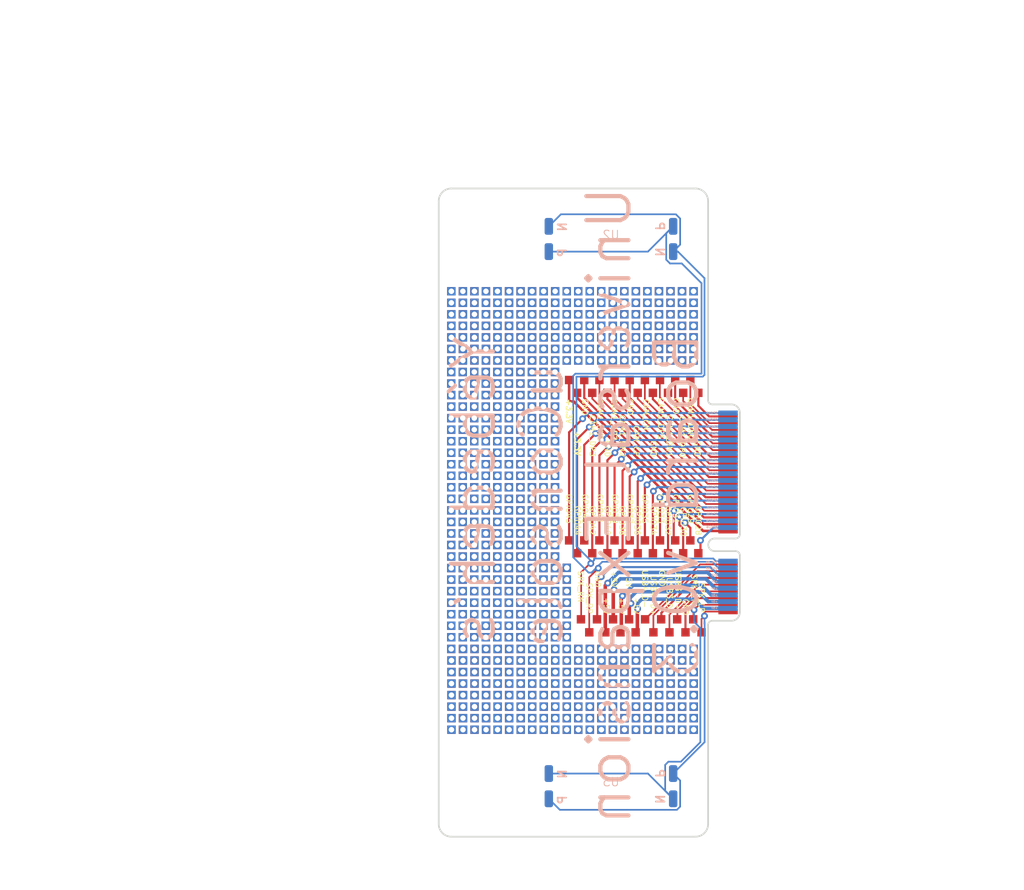
<source format=kicad_pcb>
(kicad_pcb (version 20240108) (generator "pcbnew") (generator_version "8.0")
  (title_block (title "uConsole expansion card template") (date "2024-07-10") (rev "0.1"))
  (layers (0 "F.Cu" signal) (31 "B.Cu" signal) (34 "B.Paste" user) (35 "F.Paste" user) (36 "B.SilkS" user "B.Silkscreen") (37 "F.SilkS" user "F.Silkscreen") (38 "B.Mask" user) (39 "F.Mask" user) (44 "Edge.Cuts" user))
  (net 0 "")
  (net 1 "/SPEAKER_LP")
  (net 2 "/SPEAKER_LN")
  (net 3 "/CAM1_DP3")
  (net 4 "/CAM1_DN3")
  (net 5 "/CAM1_DN2")
  (net 6 "/CAM1_CP")
  (net 7 "/CAM1_CN")
  (net 8 "/CAM1_DP1")
  (net 9 "/CAM1_DN1")
  (net 10 "/CAM1_DP0")
  (net 11 "/CAM1_DN0")
  (net 12 "+5V")
  (net 13 "GND")
  (net 14 "+3V3")
  (net 15 "/GPIO28")
  (net 16 "/GPIO29")
  (net 17 "/GPIO30")
  (net 18 "/GPIO31")
  (net 19 "/GPIO32")
  (net 20 "/GPIO33")
  (net 21 "/GPIO34")
  (net 22 "/GPIO35")
  (net 23 "/GPIO36")
  (net 24 "/GPIO37")
  (net 25 "/GPIO38")
  (net 26 "/GPIO39")
  (net 27 "/GPIO40")
  (net 28 "/GPIO41")
  (net 29 "/GPIO42")
  (net 30 "/GPIO43")
  (net 31 "/GPIO44")
  (net 32 "/GPIO45")
  (net 33 "/USB4_D+")
  (net 34 "/USB4_D-")
  (net 35 "/USB3_D-")
  (net 36 "/SPEAKER_RN")
  (net 37 "/CAM1_DP2")
  (net 38 "/SPEAKER_RP")
  (net 39 "/USB3_D+")
  (footprint "" (layer "F.Cu") (at 111.017 73.711)
    (property "Reference" "")
    (property "Value" "")
  )
  (footprint "" (layer "F.Cu") (at 86.357 81.931)
    (property "Reference" "")
    (property "Value" "")
  )
  (footprint "" (layer "F.Cu") (at 93.19 90.15)
    (property "Reference" "")
    (property "Value" "")
  )
  (footprint "" (layer "F.Cu") (at 94.59 118.94)
    (property "Reference" "")
    (property "Value" "")
  )
  (footprint "" (layer "F.Cu") (at 93.19 114.81)
    (property "Reference" "")
    (property "Value" "")
  )
  (footprint "" (layer "F.Cu") (at 95.93 97)
    (property "Reference" "")
    (property "Value" "")
  )
  (footprint "" (layer "F.Cu") (at 94.59 116.2)
    (property "Reference" "")
    (property "Value" "")
  )
  (footprint "" (layer "F.Cu") (at 104.167 80.561)
    (property "Reference" "")
    (property "Value" "")
  )
  (footprint "" (layer "F.Cu") (at 90.48 121.68)
    (property "Reference" "")
    (property "Value" "")
  )
  (footprint "" (layer "F.Cu") (at 90.45 114.81)
    (property "Reference" "")
    (property "Value" "")
  )
  (footprint "" (layer "F.Cu") (at 83.63 117.57)
    (property "Reference" "")
    (property "Value" "")
  )
  (footprint "" (layer "F.Cu") (at 84.97 97)
    (property "Reference" "")
    (property "Value" "")
  )
  (footprint "" (layer "F.Cu") (at 94.59 117.57)
    (property "Reference" "")
    (property "Value" "")
  )
  (footprint "" (layer "F.Cu") (at 98.7 125.79)
    (property "Reference" "")
    (property "Value" "")
  )
  (footprint "" (layer "F.Cu") (at 94.56 99.74)
    (property "Reference" "")
    (property "Value" "")
  )
  (footprint "" (layer "F.Cu") (at 109.647 73.711)
    (property "Reference" "")
    (property "Value" "")
  )
  (footprint "" (layer "F.Cu") (at 113.335 114.224)
    (property "Reference" "")
    (property "Value" "")
  )
  (footprint "" (layer "F.Cu") (at 91.85 120.31)
    (property "Reference" "")
    (property "Value" "")
  )
  (footprint "" (layer "F.Cu") (at 84.987 75.081)
    (property "Reference" "")
    (property "Value" "")
  )
  (footprint "" (layer "F.Cu") (at 84.97 113.44)
    (property "Reference" "")
    (property "Value" "")
  )
  (footprint "" (layer "F.Cu") (at 101.44 117.57)
    (property "Reference" "")
    (property "Value" "")
  )
  (footprint "" (layer "F.Cu") (at 105.537 73.711)
    (property "Reference" "")
    (property "Value" "")
  )
  (footprint "" (layer "F.Cu") (at 83.6 97)
    (property "Reference" "")
    (property "Value" "")
  )
  (footprint "" (layer "F.Cu") (at 87.727 73.711)
    (property "Reference" "")
    (property "Value" "")
  )
  (footprint "" (layer "F.Cu") (at 84.97 114.81)
    (property "Reference" "")
    (property "Value" "")
  )
  (footprint "" (layer "F.Cu") (at 89.08 99.74)
    (property "Reference" "")
    (property "Value" "")
  )
  (footprint "" (layer "F.Cu") (at 93.19 88.78)
    (property "Reference" "")
    (property "Value" "")
  )
  (footprint "" (layer "F.Cu") (at 100.07 118.94)
    (property "Reference" "")
    (property "Value" "")
  )
  (footprint "" (layer "F.Cu") (at 90.467 75.081)
    (property "Reference" "")
    (property "Value" "")
  )
  (footprint "" (layer "F.Cu") (at 104.18 124.42)
    (property "Reference" "")
    (property "Value" "")
  )
  (footprint "" (layer "F.Cu") (at 108.277 76.451)
    (property "Reference" "")
    (property "Value" "")
  )
  (footprint "" (layer "F.Cu") (at 100.057 73.711)
    (property "Reference" "")
    (property "Value" "")
  )
  (footprint "" (layer "F.Cu") (at 100 114.224)
    (property "Reference" "")
    (property "Value" "")
  )
  (footprint "" (layer "F.Cu") (at 97.604 84.252)
    (property "Reference" "")
    (property "Value" "")
  )
  (footprint "" (layer "F.Cu") (at 94.56 101.11)
    (property "Reference" "")
    (property "Value" "")
  )
  (footprint "" (layer "F.Cu") (at 83.617 75.081)
    (property "Reference" "")
    (property "Value" "")
  )
  (footprint "" (layer "F.Cu") (at 94.56 90.15)
    (property "Reference" "")
    (property "Value" "")
  )
  (footprint "" (layer "F.Cu") (at 89.11 121.68)
    (property "Reference" "")
    (property "Value" "")
  )
  (footprint "" (layer "F.Cu") (at 91.82 95.63)
    (property "Reference" "")
    (property "Value" "")
  )
  (footprint "" (layer "F.Cu") (at 105.537 79.191)
    (property "Reference" "")
    (property "Value" "")
  )
  (footprint "" (layer "F.Cu") (at 91.82 102.48)
    (property "Reference" "")
    (property "Value" "")
  )
  (footprint "" (layer "F.Cu") (at 87.71 97)
    (property "Reference" "")
    (property "Value" "")
  )
  (footprint "" (layer "F.Cu") (at 105.55 118.94)
    (property "Reference" "")
    (property "Value" "")
  )
  (footprint "" (layer "F.Cu") (at 90.45 84.67)
    (property "Reference" "")
    (property "Value" "")
  )
  (footprint "" (layer "F.Cu") (at 102.81 120.31)
    (property "Reference" "")
    (property "Value" "")
  )
  (footprint "" (layer "F.Cu") (at 86.37 120.31)
    (property "Reference" "")
    (property "Value" "")
  )
  (footprint "" (layer "F.Cu") (at 104.167 81.931)
    (property "Reference" "")
    (property "Value" "")
  )
  (footprint "" (layer "F.Cu") (at 83.6 98.37)
    (property "Reference" "")
    (property "Value" "")
  )
  (footprint "" (layer "F.Cu") (at 98.554 104.826)
    (property "Reference" "")
    (property "Value" "")
  )
  (footprint "" (layer "F.Cu") (at 112.387 80.561)
    (property "Reference" "")
    (property "Value" "")
  )
  (footprint "" (layer "F.Cu") (at 91.837 76.451)
    (property "Reference" "")
    (property "Value" "")
  )
  (footprint "" (layer "F.Cu") (at 84.97 102.48)
    (property "Reference" "")
    (property "Value" "")
  )
  (footprint "" (layer "F.Cu") (at 87.74 125.79)
    (property "Reference" "")
    (property "Value" "")
  )
  (footprint "" (layer "F.Cu") (at 94.56 105.22)
    (property "Reference" "")
    (property "Value" "")
  )
  (footprint "" (layer "F.Cu") (at 86.34 95.63)
    (property "Reference" "")
    (property "Value" "")
  )
  (footprint "" (layer "F.Cu") (at 93.207 79.191)
    (property "Reference" "")
    (property "Value" "")
  )
  (footprint "" (layer "F.Cu") (at 91.837 75.081)
    (property "Reference" "")
    (property "Value" "")
  )
  (footprint "" (layer "F.Cu") (at 105.537 77.821)
    (property "Reference" "")
    (property "Value" "")
  )
  (footprint "" (layer "F.Cu") (at 112.387 73.711)
    (property "Reference" "")
    (property "Value" "")
  )
  (footprint "" (layer "F.Cu") (at 83.6 109.33)
    (property "Reference" "")
    (property "Value" "")
  )
  (footprint "MountingHole:MountingHole_5mm" (layer "F.Cu") (at 89.1288 67.488 90)
    (property "Reference" "H1" (hide yes))
    (property "Value" "MountingHole")
  )
  (footprint "" (layer "F.Cu") (at 86.34 83.3)
    (property "Reference" "")
    (property "Value" "")
  )
  (footprint "" (layer "F.Cu") (at 86.37 117.57)
    (property "Reference" "")
    (property "Value" "")
  )
  (footprint "" (layer "F.Cu") (at 90.467 81.931)
    (property "Reference" "")
    (property "Value" "")
  )
  (footprint "" (layer "F.Cu") (at 83.6 106.59)
    (property "Reference" "")
    (property "Value" "")
  )
  (footprint "" (layer "F.Cu") (at 91.82 107.96)
    (property "Reference" "")
    (property "Value" "")
  )
  (footprint "" (layer "F.Cu") (at 91.82 114.81)
    (property "Reference" "")
    (property "Value" "")
  )
  (footprint "" (layer "F.Cu") (at 110.204 103.302)
    (property "Reference" "7" (hide yes))
    (property "Value" "")
  )
  (footprint "" (layer "F.Cu") (at 93.19 110.7)
    (property "Reference" "")
    (property "Value" "")
  )
  (footprint "" (layer "F.Cu") (at 89.097 73.711)
    (property "Reference" "")
    (property "Value" "")
  )
  (footprint "" (layer "F.Cu") (at 93.19 107.96)
    (property "Reference" "")
    (property "Value" "")
  )
  (footprint "" (layer "F.Cu") (at 91.82 113.44)
    (property "Reference" "")
    (property "Value" "")
  )
  (footprint "" (layer "F.Cu") (at 104.18 121.68)
    (property "Reference" "")
    (property "Value" "")
  )
  (footprint "" (layer "F.Cu") (at 101.44 120.31)
    (property "Reference" "")
    (property "Value" "")
  )
  (footprint "" (layer "F.Cu") (at 112.4 125.79)
    (property "Reference" "")
    (property "Value" "")
  )
  (footprint "" (layer "F.Cu") (at 89.08 84.67)
    (property "Reference" "")
    (property "Value" "")
  )
  (footprint "" (layer "F.Cu") (at 86.34 110.7)
    (property "Reference" "")
    (property "Value" "")
  )
  (footprint "" (layer "F.Cu") (at 83.6 95.63)
    (property "Reference" "")
    (property "Value" "")
  )
  (footprint "" (layer "F.Cu") (at 89.097 75.081)
    (property "Reference" "")
    (property "Value" "")
  )
  (footprint "" (layer "F.Cu") (at 87.71 103.85)
    (property "Reference" "")
    (property "Value" "")
  )
  (footprint "" (layer "F.Cu") (at 108.29 117.57)
    (property "Reference" "")
    (property "Value" "")
  )
  (footprint "" (layer "F.Cu") (at 104.167 79.191)
    (property "Reference" "")
    (property "Value" "")
  )
  (footprint "" (layer "F.Cu") (at 95.93 103.85)
    (property "Reference" "")
    (property "Value" "")
  )
  (footprint "" (layer "F.Cu") (at 109.66 118.94)
    (property "Reference" "")
    (property "Value" "")
  )
  (footprint "" (layer "F.Cu") (at 94.56 112.07)
    (property "Reference" "")
    (property "Value" "")
  )
  (footprint "" (layer "F.Cu") (at 83.63 120.31)
    (property "Reference" "")
    (property "Value" "")
  )
  (footprint "" (layer "F.Cu") (at 95.96 124.42)
    (property "Reference" "")
    (property "Value" "")
  )
  (footprint "" (layer "F.Cu") (at 109.647 81.931)
    (property "Reference" "")
    (property "Value" "")
  )
  (footprint "" (layer "F.Cu") (at 100.354 104.826)
    (property "Reference" "1" (hide yes))
    (property "Value" "")
  )
  (footprint "" (layer "F.Cu") (at 111.03 116.2)
    (property "Reference" "")
    (property "Value" "")
  )
  (footprint "" (layer "F.Cu") (at 84.987 73.711)
    (property "Reference" "")
    (property "Value" "")
  )
  (footprint "" (layer "F.Cu") (at 90.48 120.31)
    (property "Reference" "")
    (property "Value" "")
  )
  (footprint "" (layer "F.Cu") (at 103.954 104.826)
    (property "Reference" "3" (hide yes))
    (property "Value" "")
  )
  (footprint "" (layer "F.Cu") (at 111.154 85.776)
    (property "Reference" "7" (hide yes))
    (property "Value" "")
  )
  (footprint "" (layer "F.Cu") (at 91.82 103.85)
    (property "Reference" "")
    (property "Value" "")
  )
  (footprint "" (layer "F.Cu") (at 99.011 112.678)
    (property "Reference" "")
    (property "Value" "")
  )
  (footprint "" (layer "F.Cu") (at 106.907 79.191)
    (property "Reference" "")
    (property "Value" "")
  )
  (footprint "" (layer "F.Cu") (at 87.727 75.081)
    (property "Reference" "")
    (property "Value" "")
  )
  (footprint "" (layer "F.Cu") (at 112.004 103.302)
    (property "Reference" "8" (hide yes))
    (property "Value" "")
  )
  (footprint "" (layer "F.Cu") (at 95.93 99.74)
    (property "Reference" "")
    (property "Value" "")
  )
  (footprint "" (layer "F.Cu") (at 93.19 106.59)
    (property "Reference" "")
    (property "Value" "")
  )
  (footprint "" (layer "F.Cu") (at 89.11 117.57)
    (property "Reference" "")
    (property "Value" "")
  )
  (footprint "" (layer "F.Cu") (at 84.97 94.26)
    (property "Reference" "")
    (property "Value" "")
  )
  (footprint "" (layer "F.Cu") (at 103.004 84.252)
    (property "Reference" "3" (hide yes))
    (property "Value" "")
  )
  (footprint "" (layer "F.Cu") (at 87.71 87.41)
    (property "Reference" "")
    (property "Value" "")
  )
  (footprint "" (layer "F.Cu") (at 89.097 77.821)
    (property "Reference" "")
    (property "Value" "")
  )
  (footprint "" (layer "F.Cu") (at 101.905 114.224)
    (property "Reference" "")
    (property "Value" "")
  )
  (footprint "" (layer "F.Cu") (at 94.577 80.561)
    (property "Reference" "")
    (property "Value" "")
  )
  (footprint "" (layer "F.Cu") (at 103.705 114.224)
    (property "Reference" "")
    (property "Value" "")
  )
  (footprint "" (layer "F.Cu") (at 87.71 107.96)
    (property "Reference" "")
    (property "Value" "")
  )
  (footprint "" (layer "F.Cu") (at 83.6 107.96)
    (property "Reference" "")
    (property "Value" "")
  )
  (footprint "" (layer "F.Cu") (at 89.11 123.05)
    (property "Reference" "")
    (property "Value" "")
  )
  (footprint "" (layer "F.Cu") (at 95.93 109.33)
    (property "Reference" "")
    (property "Value" "")
  )
  (footprint "" (layer "F.Cu") (at 93.19 102.48)
    (property "Reference" "")
    (property "Value" "")
  )
  (footprint "" (layer "F.Cu") (at 94.56 113.44)
    (property "Reference" "")
    (property "Value" "")
  )
  (footprint "" (layer "F.Cu") (at 90.45 106.59)
    (property "Reference" "")
    (property "Value" "")
  )
  (footprint "" (layer "F.Cu") (at 110.441 112.678)
    (property "Reference" "")
    (property "Value" "")
  )
  (footprint "" (layer "F.Cu") (at 100.354 85.776)
    (property "Reference" "1" (hide yes))
    (property "Value" "")
  )
  (footprint "" (layer "F.Cu") (at 98.7 117.57)
    (property "Reference" "")
    (property "Value" "")
  )
  (footprint "" (layer "F.Cu") (at 95.93 95.63)
    (property "Reference" "")
    (property "Value" "")
  )
  (footprint "" (layer "F.Cu") (at 108.536 112.678)
    (property "Reference" "")
    (property "Value" "")
  )
  (footprint "" (layer "F.Cu") (at 90.45 83.3)
    (property "Reference" "")
    (property "Value" "")
  )
  (footprint "" (layer "F.Cu") (at 112.4 124.42)
    (property "Reference" "")
    (property "Value" "")
  )
  (footprint "" (layer "F.Cu") (at 83.63 121.68)
    (property "Reference" "")
    (property "Value" "")
  )
  (footprint "" (layer "F.Cu") (at 105.754 104.826)
    (property "Reference" "4" (hide yes))
    (property "Value" "")
  )
  (footprint "" (layer "F.Cu") (at 87.71 99.74)
    (property "Reference" "")
    (property "Value" "")
  )
  (footprint "" (layer "F.Cu") (at 84.97 92.89)
    (property "Reference" "")
    (property "Value" "")
  )
  (footprint "" (layer "F.Cu") (at 86.34 87.41)
    (property "Reference" "")
    (property "Value" "")
  )
  (footprint "" (layer "F.Cu") (at 106.604 84.252)
    (property "Reference" "5" (hide yes))
    (property "Value" "")
  )
  (footprint "" (layer "F.Cu") (at 101.427 79.191)
    (property "Reference" "")
    (property "Value" "")
  )
  (footprint "" (layer "F.Cu") (at 94.56 87.41)
    (property "Reference" "")
    (property "Value" "")
  )
  (footprint "" (layer "F.Cu") (at 93.19 97)
    (property "Reference" "")
    (property "Value" "")
  )
  (footprint "" (layer "F.Cu") (at 93.22 116.2)
    (property "Reference" "")
    (property "Value" "")
  )
  (footprint "" (layer "F.Cu") (at 95.93 84.67)
    (property "Reference" "")
    (property "Value" "")
  )
  (footprint "" (layer "F.Cu") (at 83.6 83.3)
    (property "Reference" "")
    (property "Value" "")
  )
  (footprint "" (layer "F.Cu") (at 111.017 79.191)
    (property "Reference" "")
    (property "Value" "")
  )
  (footprint "" (layer "F.Cu") (at 98.687 75.081)
    (property "Reference" "")
    (property "Value" "")
  )
  (footprint "" (layer "F.Cu") (at 97.33 110.6982)
    (property "Reference" "12" (hide yes))
    (property "Value" "")
  )
  (footprint "" (layer "F.Cu") (at 86.34 97)
    (property "Reference" "")
    (property "Value" "")
  )
  (footprint "" (layer "F.Cu") (at 107.554 85.776)
    (property "Reference" "5" (hide yes))
    (property "Value" "")
  )
  (footprint "" (layer "F.Cu") (at 86.34 92.89)
    (property "Reference" "")
    (property "Value" "")
  )
  (footprint "" (layer "F.Cu") (at 91.82 98.37)
    (property "Reference" "")
    (property "Value" "")
  )
  (footprint "" (layer "F.Cu") (at 93.19 113.44)
    (property "Reference" "")
    (property "Value" "")
  )
  (footprint "" (layer "F.Cu") (at 91.82 88.78)
    (property "Reference" "")
    (property "Value" "")
  )
  (footprint "" (layer "F.Cu") (at 94.56 107.96)
    (property "Reference" "")
    (property "Value" "")
  )
  (footprint "" (layer "F.Cu") (at 100.07 125.79)
    (property "Reference" "")
    (property "Value" "")
  )
  (footprint "" (layer "F.Cu") (at 90.45 103.85)
    (property "Reference" "")
    (property "Value" "")
  )
  (footprint "" (layer "F.Cu") (at 87.727 76.451)
    (property "Reference" "")
    (property "Value" "")
  )
  (footprint "" (layer "F.Cu") (at 91.82 87.41)
    (property "Reference" "")
    (property "Value" "")
  )
  (footprint "" (layer "F.Cu") (at 83.63 118.94)
    (property "Reference" "")
    (property "Value" "")
  )
  (footprint "" (layer "F.Cu") (at 94.56 91.52)
    (property "Reference" "")
    (property "Value" "")
  )
  (footprint "" (layer "F.Cu") (at 109.66 125.79)
    (property "Reference" "")
    (property "Value" "")
  )
  (footprint "" (layer "F.Cu") (at 87.71 102.48)
    (property "Reference" "")
    (property "Value" "")
  )
  (footprint "" (layer "F.Cu") (at 100.057 80.561)
    (property "Reference" "")
    (property "Value" "")
  )
  (footprint "" (layer "F.Cu") (at 87.727 80.561)
    (property "Reference" "")
    (property "Value" "")
  )
  (footprint "" (layer "F.Cu") (at 111.03 120.31)
    (property "Reference" "")
    (property "Value" "")
  )
  (footprint "" (layer "F.Cu") (at 84.97 106.59)
    (property "Reference" "")
    (property "Value" "")
  )
  (footprint "" (layer "F.Cu") (at 87.71 83.3)
    (property "Reference" "")
    (property "Value" "")
  )
  (footprint "" (layer "F.Cu") (at 84.987 79.191)
    (property "Reference" "")
    (property "Value" "")
  )
  (footprint "" (layer "F.Cu") (at 95.93 110.7)
    (property "Reference" "")
    (property "Value" "")
  )
  (footprint "" (layer "F.Cu") (at 112.387 79.191)
    (property "Reference" "")
    (property "Value" "")
  )
  (footprint "" (layer "F.Cu") (at 89.08 92.89)
    (property "Reference" "")
    (property "Value" "")
  )
  (footprint "" (layer "F.Cu") (at 106.92 120.31)
    (property "Reference" "")
    (property "Value" "")
  )
  (footprint "" (layer "F.Cu") (at 94.577 81.931)
    (property "Reference" "")
    (property "Value" "")
  )
  (footprint "" (layer "F.Cu") (at 93.19 105.22)
    (property "Reference" "")
    (property "Value" "")
  )
  (footprint "" (layer "F.Cu") (at 86.37 116.2)
    (property "Reference" "")
    (property "Value" "")
  )
  (footprint "" (layer "F.Cu") (at 83.6 99.74)
    (property "Reference" "")
    (property "Value" "")
  )
  (footprint "" (layer "F.Cu") (at 87.71 92.89)
    (property "Reference" "")
    (property "Value" "")
  )
  (footprint "" (layer "F.Cu") (at 100.916 112.678)
    (property "Reference" "")
    (property "Value" "")
  )
  (footprint "" (layer "F.Cu") (at 90.467 77.821)
    (property "Reference" "")
    (property "Value" "")
  )
  (footprint "" (layer "F.Cu") (at 84.97 83.3)
    (property "Reference" "")
    (property "Value" "")
  )
  (footprint "" (layer "F.Cu") (at 108.29 123.05)
    (property "Reference" "")
    (property "Value" "")
  )
  (footprint "" (layer "F.Cu") (at 93.19 91.52)
    (property "Reference" "")
    (property "Value" "")
  )
  (footprint "" (layer "F.Cu") (at 102.797 76.451)
    (property "Reference" "")
    (property "Value" "")
  )
  (footprint "" (layer "F.Cu") (at 104.18 120.31)
    (property "Reference" "")
    (property "Value" "")
  )
  (footprint "" (layer "F.Cu") (at 86.34 109.33)
    (property "Reference" "")
    (property "Value" "")
  )
  (footprint "" (layer "F.Cu") (at 107.62 114.224)
    (property "Reference" "")
    (property "Value" "")
  )
  (footprint "" (layer "F.Cu") (at 111.154 104.826)
    (property "Reference" "7" (hide yes))
    (property "Value" "")
  )
  (footprint "" (layer "F.Cu") (at 83.6 84.67)
    (property "Reference" "")
    (property "Value" "")
  )
  (footprint "" (layer "F.Cu") (at 112.387 76.451)
    (property "Reference" "")
    (property "Value" "")
  )
  (footprint "" (layer "F.Cu") (at 83.6 87.41)
    (property "Reference" "")
    (property "Value" "")
  )
  (footprint "" (layer "F.Cu") (at 109.647 79.191)
    (property "Reference" "")
    (property "Value" "")
  )
  (footprint "" (layer "F.Cu") (at 94.59 124.42)
    (property "Reference" "")
    (property "Value" "")
  )
  (footprint "" (layer "F.Cu") (at 105.505 114.224)
    (property "Reference" "")
    (property "Value" "")
  )
  (footprint "" (layer "F.Cu") (at 101.44 116.2)
    (property "Reference" "")
    (property "Value" "")
  )
  (footprint "" (layer "F.Cu") (at 86.34 101.11)
    (property "Reference" "")
    (property "Value" "")
  )
  (footprint "" (layer "F.Cu") (at 104.167 76.451)
    (property "Reference" "")
    (property "Value" "")
  )
  (footprint "" (layer "F.Cu") (at 90.45 99.74)
    (property "Reference" "")
    (property "Value" "")
  )
  (footprint "" (layer "F.Cu") (at 106.92 123.05)
    (property "Reference" "")
    (property "Value" "")
  )
  (footprint "" (layer "F.Cu") (at 105.55 117.57)
    (property "Reference" "")
    (property "Value" "")
  )
  (footprint "" (layer "F.Cu") (at 95.947 76.451)
    (property "Reference" "")
    (property "Value" "")
  )
  (footprint "" (layer "F.Cu") (at 84.97 103.85)
    (property "Reference" "")
    (property "Value" "")
  )
  (footprint "" (layer "F.Cu") (at 90.45 112.07)
    (property "Reference" "")
    (property "Value" "")
  )
  (footprint "" (layer "F.Cu") (at 97.317 80.561)
    (property "Reference" "")
    (property "Value" "")
  )
  (footprint "" (layer "F.Cu") (at 91.85 118.94)
    (property "Reference" "")
    (property "Value" "")
  )
  (footprint "" (layer "F.Cu") (at 91.837 73.711)
    (property "Reference" "")
    (property "Value" "")
  )
  (footprint "" (layer "F.Cu") (at 101.204 103.302)
    (property "Reference" "2" (hide yes))
    (property "Value" "")
  )
  (footprint "" (layer "F.Cu") (at 84.987 81.931)
    (property "Reference" "")
    (property "Value" "")
  )
  (footprint "" (layer "F.Cu") (at 102.81 125.79)
    (property "Reference" "")
    (property "Value" "")
  )
  (footprint "" (layer "F.Cu") (at 104.18 118.94)
    (property "Reference" "")
    (property "Value" "")
  )
  (footprint "" (layer "F.Cu") (at 93.207 80.561)
    (property "Reference" "")
    (property "Value" "")
  )
  (footprint "" (layer "F.Cu") (at 101.427 80.561)
    (property "Reference" "")
    (property "Value" "")
  )
  (footprint "" (layer "F.Cu") (at 101.427 77.821)
    (property "Reference" "")
    (property "Value" "")
  )
  (footprint "" (layer "F.Cu") (at 104.18 123.05)
    (property "Reference" "")
    (property "Value" "")
  )
  (footprint "" (layer "F.Cu") (at 86.34 94.26)
    (property "Reference" "")
    (property "Value" "")
  )
  (footprint "" (layer "F.Cu") (at 112.4 118.94)
    (property "Reference" "")
    (property "Value" "")
  )
  (footprint "" (layer "F.Cu") (at 94.56 106.59)
    (property "Reference" "")
    (property "Value" "")
  )
  (footprint "" (layer "F.Cu") (at 84.987 80.561)
    (property "Reference" "")
    (property "Value" "")
  )
  (footprint "" (layer "F.Cu") (at 111.017 80.561)
    (property "Reference" "")
    (property "Value" "")
  )
  (footprint "" (layer "F.Cu") (at 90.48 117.57)
    (property "Reference" "")
    (property "Value" "")
  )
  (footprint "" (layer "F.Cu") (at 87.74 117.57)
    (property "Reference" "")
    (property "Value" "")
  )
  (footprint "" (layer "F.Cu") (at 94.56 94.26)
    (property "Reference" "")
    (property "Value" "")
  )
  (footprint "" (layer "F.Cu") (at 106.907 75.081)
    (property "Reference" "")
    (property "Value" "")
  )
  (footprint "" (layer "F.Cu") (at 100.057 79.191)
    (property "Reference" "")
    (property "Value" "")
  )
  (footprint "" (layer "F.Cu") (at 94.577 75.081)
    (property "Reference" "")
    (property "Value" "")
  )
  (footprint "" (layer "F.Cu") (at 90.45 94.26)
    (property "Reference" "")
    (property "Value" "")
  )
  (footprint "" (layer "F.Cu") (at 105.537 75.081)
    (property "Reference" "")
    (property "Value" "")
  )
  (footprint "" (layer "F.Cu") (at 93.22 123.05)
    (property "Reference" "")
    (property "Value" "")
  )
  (footprint "" (layer "F.Cu") (at 94.577 79.191)
    (property "Reference" "")
    (property "Value" "")
  )
  (footprint "" (layer "F.Cu") (at 87.74 124.42)
    (property "Reference" "")
    (property "Value" "")
  )
  (footprint "" (layer "F.Cu") (at 89.08 105.22)
    (property "Reference" "")
    (property "Value" "")
  )
  (footprint "" (layer "F.Cu") (at 112.954 104.826)
    (property "Reference" "8" (hide yes))
    (property "Value" "")
  )
  (footprint "" (layer "F.Cu") (at 94.59 125.79)
    (property "Reference" "")
    (property "Value" "")
  )
  (footprint "" (layer "F.Cu") (at 105.55 125.79)
    (property "Reference" "")
    (property "Value" "")
  )
  (footprint "" (layer "F.Cu") (at 93.22 121.68)
    (property "Reference" "")
    (property "Value" "")
  )
  (footprint "" (layer "F.Cu") (at 95.93 113.44)
    (property "Reference" "")
    (property "Value" "")
  )
  (footprint "" (layer "F.Cu") (at 97.317 77.821)
    (property "Reference" "")
    (property "Value" "")
  )
  (footprint "" (layer "F.Cu") (at 83.6 103.85)
    (property "Reference" "")
    (property "Value" "")
  )
  (footprint "" (layer "F.Cu") (at 95.93 98.37)
    (property "Reference" "")
    (property "Value" "")
  )
  (footprint "" (layer "F.Cu") (at 104.726 112.678)
    (property "Reference" "")
    (property "Value" "")
  )
  (footprint "" (layer "F.Cu") (at 87.71 91.52)
    (property "Reference" "")
    (property "Value" "")
  )
  (footprint "" (layer "F.Cu") (at 90.45 91.52)
    (property "Reference" "")
    (property "Value" "")
  )
  (footprint "" (layer "F.Cu") (at 91.82 101.11)
    (property "Reference" "")
    (property "Value" "")
  )
  (footprint "" (layer "F.Cu") (at 112.004 84.252)
    (property "Reference" "8" (hide yes))
    (property "Value" "")
  )
  (footprint "" (layer "F.Cu") (at 100.07 123.05)
    (property "Reference" "")
    (property "Value" "")
  )
  (footprint "" (layer "F.Cu") (at 101.44 121.68)
    (property "Reference" "")
    (property "Value" "")
  )
  (footprint "" (layer "F.Cu") (at 85 123.05)
    (property "Reference" "")
    (property "Value" "")
  )
  (footprint "" (layer "F.Cu") (at 95.93 114.81)
    (property "Reference" "")
    (property "Value" "")
  )
  (footprint "" (layer "F.Cu") (at 98.687 80.561)
    (property "Reference" "")
    (property "Value" "")
  )
  (footprint "" (layer "F.Cu") (at 90.45 97)
    (property "Reference" "")
    (property "Value" "")
  )
  (footprint "" (layer "F.Cu") (at 95.93 102.48)
    (property "Reference" "")
    (property "Value" "")
  )
  (footprint "" (layer "F.Cu") (at 84.97 86.04)
    (property "Reference" "")
    (property "Value" "")
  )
  (footprint "" (layer "F.Cu") (at 106.92 121.68)
    (property "Reference" "")
    (property "Value" "")
  )
  (footprint "" (layer "F.Cu") (at 105.754 85.776)
    (property "Reference" "4" (hide yes))
    (property "Value" "")
  )
  (footprint "" (layer "F.Cu") (at 97.33 107.9582)
    (property "Reference" "10" (hide yes))
    (property "Value" "")
  )
  (footprint "" (layer "F.Cu") (at 108.29 125.79)
    (property "Reference" "")
    (property "Value" "")
  )
  (footprint "" (layer "F.Cu") (at 89.08 87.41)
    (property "Reference" "")
    (property "Value" "")
  )
  (footprint "" (layer "F.Cu") (at 93.19 98.37)
    (property "Reference" "")
    (property "Value" "")
  )
  (footprint "" (layer "F.Cu") (at 89.11 125.79)
    (property "Reference" "")
    (property "Value" "")
  )
  (footprint "" (layer "F.Cu") (at 89.08 103.85)
    (property "Reference" "")
    (property "Value" "")
  )
  (footprint "" (layer "F.Cu") (at 91.82 84.67)
    (property "Reference" "")
    (property "Value" "")
  )
  (footprint "" (layer "F.Cu") (at 91.82 105.22)
    (property "Reference" "")
    (property "Value" "")
  )
  (footprint "" (layer "F.Cu") (at 94.59 120.31)
    (property "Reference" "")
    (property "Value" "")
  )
  (footprint "" (layer "F.Cu") (at 83.63 123.05)
    (property "Reference" "")
    (property "Value" "")
  )
  (footprint "" (layer "F.Cu") (at 112.4 123.05)
    (property "Reference" "")
    (property "Value" "")
  )
  (footprint "" (layer "F.Cu") (at 106.92 117.57)
    (property "Reference" "")
    (property "Value" "")
  )
  (footprint "" (layer "F.Cu") (at 102.154 85.776)
    (property "Reference" "2" (hide yes))
    (property "Value" "")
  )
  (footprint "" (layer "F.Cu") (at 89.097 79.191)
    (property "Reference" "")
    (property "Value" "")
  )
  (footprint "" (layer "F.Cu") (at 105.537 76.451)
    (property "Reference" "")
    (property "Value" "")
  )
  (footprint "" (layer "F.Cu") (at 109.354 104.826)
    (property "Reference" "6" (hide yes))
    (property "Value" "")
  )
  (footprint "" (layer "F.Cu") (at 86.34 99.74)
    (property "Reference" "")
    (property "Value" "")
  )
  (footprint "" (layer "F.Cu") (at 97.33 120.31)
    (property "Reference" "")
    (property "Value" "")
  )
  (footprint "" (layer "F.Cu") (at 91.82 92.89)
    (property "Reference" "")
    (property "Value" "")
  )
  (footprint "" (layer "F.Cu") (at 106.907 81.931)
    (property "Reference" "")
    (property "Value" "")
  )
  (footprint "" (layer "F.Cu") (at 95.93 94.26)
    (property "Reference" "")
    (property "Value" "")
  )
  (footprint "" (layer "F.Cu") (at 108.277 79.191)
    (property "Reference" "")
    (property "Value" "")
  )
  (footprint "" (layer "F.Cu") (at 90.467 76.451)
    (property "Reference" "")
    (property "Value" "")
  )
  (footprint "" (layer "F.Cu") (at 86.34 105.22)
    (property "Reference" "")
    (property "Value" "")
  )
  (footprint "" (layer "F.Cu") (at 90.45 101.11)
    (property "Reference" "")
    (property "Value" "")
  )
  (footprint "" (layer "F.Cu") (at 102.81 124.42)
    (property "Reference" "")
    (property "Value" "")
  )
  (footprint "" (layer "F.Cu") (at 91.82 91.52)
    (property "Reference" "")
    (property "Value" "")
  )
  (footprint "" (layer "F.Cu") (at 91.837 79.191)
    (property "Reference" "")
    (property "Value" "")
  )
  (footprint "" (layer "F.Cu") (at 93.19 95.63)
    (property "Reference" "")
    (property "Value" "")
  )
  (footprint "" (layer "F.Cu") (at 97.33 117.57)
    (property "Reference" "")
    (property "Value" "")
  )
  (footprint "" (layer "F.Cu") (at 90.45 110.7)
    (property "Reference" "")
    (property "Value" "")
  )
  (footprint "" (layer "F.Cu") (at 84.97 110.7)
    (property "Reference" "")
    (property "Value" "")
  )
  (footprint "" (layer "F.Cu") (at 89.11 116.2)
    (property "Reference" "")
    (property "Value" "")
  )
  (footprint "" (layer "F.Cu") (at 91.837 77.821)
    (property "Reference" "")
    (property "Value" "")
  )
  (footprint "" (layer "F.Cu") (at 86.34 88.78)
    (property "Reference" "")
    (property "Value" "")
  )
  (footprint "" (layer "F.Cu") (at 97.33 124.42)
    (property "Reference" "")
    (property "Value" "")
  )
  (footprint "" (layer "F.Cu") (at 89.08 83.3)
    (property "Reference" "")
    (property "Value" "")
  )
  (footprint "" (layer "F.Cu") (at 94.56 109.33)
    (property "Reference" "")
    (property "Value" "")
  )
  (footprint "" (layer "F.Cu") (at 91.85 117.57)
    (property "Reference" "")
    (property "Value" "")
  )
  (footprint "" (layer "F.Cu") (at 108.29 116.2)
    (property "Reference" "")
    (property "Value" "")
  )
  (footprint "" (layer "F.Cu") (at 108.277 77.821)
    (property "Reference" "")
    (property "Value" "")
  )
  (footprint "" (layer "F.Cu") (at 97.33 125.79)
    (property "Reference" "")
    (property "Value" "")
  )
  (footprint "" (layer "F.Cu") (at 95.96 123.05)
    (property "Reference" "")
    (property "Value" "")
  )
  (footprint "" (layer "F.Cu") (at 109.647 80.561)
    (property "Reference" "")
    (property "Value" "")
  )
  (footprint "" (layer "F.Cu") (at 97.33 113.4382)
    (property "Reference" "14" (hide yes))
    (property "Value" "")
  )
  (footprint "" (layer "F.Cu") (at 87.727 81.931)
    (property "Reference" "")
    (property "Value" "")
  )
  (footprint "" (layer "F.Cu") (at 97.604 103.302)
    (property "Reference" "")
    (property "Value" "")
  )
  (footprint "" (layer "F.Cu") (at 90.467 73.711)
    (property "Reference" "")
    (property "Value" "")
  )
  (footprint "" (layer "F.Cu") (at 95.96 118.94)
    (property "Reference" "")
    (property "Value" "")
  )
  (footprint "" (layer "F.Cu") (at 94.56 98.37)
    (property "Reference" "")
    (property "Value" "")
  )
  (footprint "" (layer "F.Cu") (at 93.207 77.821)
    (property "Reference" "")
    (property "Value" "")
  )
  (footprint "" (layer "F.Cu") (at 100.057 76.451)
    (property "Reference" "")
    (property "Value" "")
  )
  (footprint "" (layer "F.Cu") (at 90.48 124.42)
    (property "Reference" "")
    (property "Value" "")
  )
  (footprint "" (layer "F.Cu") (at 111.017 81.931)
    (property "Reference" "")
    (property "Value" "")
  )
  (footprint "" (layer "F.Cu") (at 112.4 121.68)
    (property "Reference" "")
    (property "Value" "")
  )
  (footprint "" (layer "F.Cu") (at 97.317 73.711)
    (property "Reference" "")
    (property "Value" "")
  )
  (footprint "" (layer "F.Cu") (at 83.6 113.44)
    (property "Reference" "")
    (property "Value" "")
  )
  (footprint "" (layer "F.Cu") (at 109.647 77.821)
    (property "Reference" "")
    (property "Value" "")
  )
  (footprint "" (layer "F.Cu") (at 87.74 120.31)
    (property "Reference" "")
    (property "Value" "")
  )
  (footprint "" (layer "F.Cu") (at 89.08 94.26)
    (property "Reference" "")
    (property "Value" "")
  )
  (footprint "" (layer "F.Cu") (at 87.74 116.2)
    (property "Reference" "")
    (property "Value" "")
  )
  (footprint "" (layer "F.Cu") (at 97.33 123.05)
    (property "Reference" "")
    (property "Value" "")
  )
  (footprint "" (layer "F.Cu") (at 104.167 73.711)
    (property "Reference" "")
    (property "Value" "")
  )
  (footprint "" (layer "F.Cu") (at 112.4 116.2)
    (property "Reference" "")
    (property "Value" "")
  )
  (footprint "" (layer "F.Cu") (at 112.4 117.57)
    (property "Reference" "")
    (property "Value" "")
  )
  (footprint "" (layer "F.Cu") (at 91.82 109.33)
    (property "Reference" "")
    (property "Value" "")
  )
  (footprint "" (layer "F.Cu") (at 111.017 76.451)
    (property "Reference" "")
    (property "Value" "")
  )
  (footprint "" (layer "F.Cu") (at 106.907 73.711)
    (property "Reference" "")
    (property "Value" "")
  )
  (footprint "" (layer "F.Cu") (at 93.19 109.33)
    (property "Reference" "")
    (property "Value" "")
  )
  (footprint "" (layer "F.Cu") (at 86.34 98.37)
    (property "Reference" "")
    (property "Value" "")
  )
  (footprint "" (layer "F.Cu") (at 98.554 85.776)
    (property "Reference" "")
    (property "Value" "")
  )
  (footprint "" (layer "F.Cu") (at 94.56 83.3)
    (property "Reference" "")
    (property "Value" "")
  )
  (footprint "" (layer "F.Cu") (at 109.66 124.42)
    (property "Reference" "")
    (property "Value" "")
  )
  (footprint "" (layer "F.Cu") (at 90.45 86.04)
    (property "Reference" "")
    (property "Value" "")
  )
  (footprint "" (layer "F.Cu") (at 91.82 86.04)
    (property "Reference" "")
    (property "Value" "")
  )
  (footprint "" (layer "F.Cu") (at 109.66 117.57)
    (property "Reference" "")
    (property "Value" "")
  )
  (footprint "" (layer "F.Cu") (at 87.71 84.67)
    (property "Reference" "")
    (property "Value" "")
  )
  (footprint "" (layer "F.Cu") (at 95.93 101.11)
    (property "Reference" "")
    (property "Value" "")
  )
  (footprint "" (layer "F.Cu") (at 89.08 91.52)
    (property "Reference" "")
    (property "Value" "")
  )
  (footprint "" (layer "F.Cu") (at 94.56 95.63)
    (property "Reference" "")
    (property "Value" "")
  )
  (footprint "" (layer "F.Cu") (at 111.017 77.821)
    (property "Reference" "")
    (property "Value" "")
  )
  (footprint "" (layer "F.Cu") (at 91.837 81.931)
    (property "Reference" "")
    (property "Value" "")
  )
  (footprint "" (layer "F.Cu") (at 106.631 112.678)
    (property "Reference" "")
    (property "Value" "")
  )
  (footprint "" (layer "F.Cu") (at 95.93 112.07)
    (property "Reference" "")
    (property "Value" "")
  )
  (footprint "" (layer "F.Cu") (at 86.357 79.191)
    (property "Reference" "")
    (property "Value" "")
  )
  (footprint "" (layer "F.Cu") (at 83.617 73.711)
    (property "Reference" "")
    (property "Value" "")
  )
  (footprint "" (layer "F.Cu") (at 102.797 81.931)
    (property "Reference" "")
    (property "Value" "")
  )
  (footprint "" (layer "F.Cu") (at 95.93 91.52)
    (property "Reference" "")
    (property "Value" "")
  )
  (footprint "" (layer "F.Cu") (at 93.22 120.31)
    (property "Reference" "")
    (property "Value" "")
  )
  (footprint "" (layer "F.Cu") (at 87.71 112.07)
    (property "Reference" "")
    (property "Value" "")
  )
  (footprint "" (layer "F.Cu") (at 87.727 77.821)
    (property "Reference" "")
    (property "Value" "")
  )
  (footprint "" (layer "F.Cu") (at 95.93 105.22)
    (property "Reference" "")
    (property "Value" "")
  )
  (footprint "" (layer "F.Cu") (at 102.81 117.57)
    (property "Reference" "")
    (property "Value" "")
  )
  (footprint "" (layer "F.Cu") (at 105.55 121.68)
    (property "Reference" "")
    (property "Value" "")
  )
  (footprint "" (layer "F.Cu") (at 102.797 80.561)
    (property "Reference" "")
    (property "Value" "")
  )
  (footprint "" (layer "F.Cu") (at 86.34 84.67)
    (property "Reference" "")
    (property "Value" "")
  )
  (footprint "" (layer "F.Cu") (at 83.617 79.191)
    (property "Reference" "")
    (property "Value" "")
  )
  (footprint "" (layer "F.Cu") (at 97.33 112.0682)
    (property "Reference" "13" (hide yes))
    (property "Value" "")
  )
  (footprint "" (layer "F.Cu") (at 89.097 81.931)
    (property "Reference" "")
    (property "Value" "")
  )
  (footprint "" (layer "F.Cu") (at 94.56 114.81)
    (property "Reference" "")
    (property "Value" "")
  )
  (footprint "" (layer "F.Cu") (at 111.017 75.081)
    (property "Reference" "")
    (property "Value" "")
  )
  (footprint "" (layer "F.Cu") (at 95.96 120.31)
    (property "Reference" "")
    (property "Value" "")
  )
  (footprint "" (layer "F.Cu") (at 83.6 88.78)
    (property "Reference" "")
    (property "Value" "")
  )
  (footprint "" (layer "F.Cu") (at 109.525 114.224)
    (property "Reference" "")
    (property "Value" "")
  )
  (footprint "" (layer "F.Cu") (at 83.6 90.15)
    (property "Reference" "")
    (property "Value" "")
  )
  (footprint "" (layer "F.Cu") (at 90.48 125.79)
    (property "Reference" "")
    (property "Value" "")
  )
  (footprint "" (layer "F.Cu") (at 93.207 76.451)
    (property "Reference" "")
    (property "Value" "")
  )
  (footprint "" (layer "F.Cu") (at 98.7 118.94)
    (property "Reference" "")
    (property "Value" "")
  )
  (footprint "" (layer "F.Cu") (at 94.59 123.05)
    (property "Reference" "")
    (property "Value" "")
  )
  (footprint "" (layer "F.Cu") (at 103.004 103.302)
    (property "Reference" "3" (hide yes))
    (property "Value" "")
  )
  (footprint "" (layer "F.Cu") (at 86.34 112.07)
    (property "Reference" "")
    (property "Value" "")
  )
  (footprint "" (layer "F.Cu") (at 83.617 81.931)
    (property "Reference" "")
    (property "Value" "")
  )
  (footprint "" (layer "F.Cu") (at 85 117.57)
    (property "Reference" "")
    (property "Value" "")
  )
  (footprint "" (layer "F.Cu") (at 85 124.42)
    (property "Reference" "")
    (property "Value" "")
  )
  (footprint "" (layer "F.Cu") (at 83.6 102.48)
    (property "Reference" "")
    (property "Value" "")
  )
  (footprint "" (layer "F.Cu") (at 89.08 107.96)
    (property "Reference" "")
    (property "Value" "")
  )
  (footprint "" (layer "F.Cu") (at 83.6 86.04)
    (property "Reference" "")
    (property "Value" "")
  )
  (footprint "" (layer "F.Cu") (at 95.947 73.711)
    (property "Reference" "")
    (property "Value" "")
  )
  (footprint "" (layer "F.Cu") (at 89.08 109.33)
    (property "Reference" "")
    (property "Value" "")
  )
  (footprint "" (layer "F.Cu") (at 104.804 103.302)
    (property "Reference" "4" (hide yes))
    (property "Value" "")
  )
  (footprint "" (layer "F.Cu") (at 98.7 116.2)
    (property "Reference" "")
    (property "Value" "")
  )
  (footprint "" (layer "F.Cu") (at 94.577 77.821)
    (property "Reference" "")
    (property "Value" "")
  )
  (footprint "" (layer "F.Cu") (at 89.08 112.07)
    (property "Reference" "")
    (property "Value" "")
  )
  (footprint "" (layer "F.Cu") (at 89.11 120.31)
    (property "Reference" "")
    (property "Value" "")
  )
  (footprint "" (layer "F.Cu") (at 84.987 76.451)
    (property "Reference" "")
    (property "Value" "")
  )
  (footprint "" (layer "F.Cu") (at 95.93 106.59)
    (property "Reference" "")
    (property "Value" "")
  )
  (footprint "" (layer "F.Cu") (at 85 116.2)
    (property "Reference" "")
    (property "Value" "")
  )
  (footprint "" (layer "F.Cu") (at 86.34 106.59)
    (property "Reference" "")
    (property "Value" "")
  )
  (footprint "" (layer "F.Cu") (at 100.07 117.57)
    (property "Reference" "")
    (property "Value" "")
  )
  (footprint "" (layer "F.Cu") (at 84.97 87.41)
    (property "Reference" "")
    (property "Value" "")
  )
  (footprint "" (layer "F.Cu") (at 91.82 97)
    (property "Reference" "")
    (property "Value" "")
  )
  (footprint "" (layer "F.Cu") (at 93.207 73.711)
    (property "Reference" "")
    (property "Value" "")
  )
  (footprint "" (layer "F.Cu") (at 86.34 86.04)
    (property "Reference" "")
    (property "Value" "")
  )
  (footprint "" (layer "F.Cu") (at 97.317 75.081)
    (property "Reference" "")
    (property "Value" "")
  )
  (footprint "" (layer "F.Cu") (at 87.71 86.04)
    (property "Reference" "")
    (property "Value" "")
  )
  (footprint "" (layer "F.Cu") (at 86.34 91.52)
    (property "Reference" "")
    (property "Value" "")
  )
  (footprint "" (layer "F.Cu") (at 95.96 121.68)
    (property "Reference" "")
    (property "Value" "")
  )
  (footprint "" (layer "F.Cu") (at 108.277 73.711)
    (property "Reference" "")
    (property "Value" "")
  )
  (footprint "" (layer "F.Cu") (at 106.92 118.94)
    (property "Reference" "")
    (property "Value" "")
  )
  (footprint "" (layer "F.Cu") (at 90.45 113.44)
    (property "Reference" "")
    (property "Value" "")
  )
  (footprint "" (layer "F.Cu") (at 93.19 103.85)
    (property "Reference" "")
    (property "Value" "")
  )
  (footprint "" (layer "F.Cu") (at 90.45 105.22)
    (property "Reference" "")
    (property "Value" "")
  )
  (footprint "" (layer "F.Cu") (at 89.08 95.63)
    (property "Reference" "")
    (property "Value" "")
  )
  (footprint "" (layer "F.Cu") (at 90.48 116.2)
    (property "Reference" "")
    (property "Value" "")
  )
  (footprint "" (layer "F.Cu") (at 84.97 88.78)
    (property "Reference" "")
    (property "Value" "")
  )
  (footprint "" (layer "F.Cu") (at 108.277 75.081)
    (property "Reference" "")
    (property "Value" "")
  )
  (footprint "" (layer "F.Cu") (at 84.97 98.37)
    (property "Reference" "")
    (property "Value" "")
  )
  (footprint "" (layer "F.Cu") (at 100.07 124.42)
    (property "Reference" "")
    (property "Value" "")
  )
  (footprint "" (layer "F.Cu") (at 109.66 121.68)
    (property "Reference" "")
    (property "Value" "")
  )
  (footprint "" (layer "F.Cu") (at 93.19 101.11)
    (property "Reference" "")
    (property "Value" "")
  )
  (footprint "" (layer "F.Cu") (at 95.947 80.561)
    (property "Reference" "")
    (property "Value" "")
  )
  (footprint "" (layer "F.Cu") (at 93.19 86.04)
    (property "Reference" "")
    (property "Value" "")
  )
  (footprint "" (layer "F.Cu") (at 83.617 76.451)
    (property "Reference" "")
    (property "Value" "")
  )
  (footprint "" (layer "F.Cu") (at 105.55 124.42)
    (property "Reference" "")
    (property "Value" "")
  )
  (footprint "" (layer "F.Cu") (at 89.08 98.37)
    (property "Reference" "")
    (property "Value" "")
  )
  (footprint "" (layer "F.Cu") (at 93.22 124.42)
    (property "Reference" "")
    (property "Value" "")
  )
  (footprint "" (layer "F.Cu") (at 94.56 103.85)
    (property "Reference" "")
    (property "Value" "")
  )
  (footprint "" (layer "F.Cu") (at 84.97 99.74)
    (property "Reference" "")
    (property "Value" "")
  )
  (footprint "" (layer "F.Cu") (at 95.96 125.79)
    (property "Reference" "")
    (property "Value" "")
  )
  (footprint "" (layer "F.Cu") (at 95.93 87.41)
    (property "Reference" "")
    (property "Value" "")
  )
  (footprint "" (layer "F.Cu") (at 111.03 125.79)
    (property "Reference" "")
    (property "Value" "")
  )
  (footprint "" (layer "F.Cu") (at 100.07 121.68)
    (property "Reference" "")
    (property "Value" "")
  )
  (footprint "uconsole:edge-minipcie" (layer "F.Cu") (at 115.99 100)
    (property "Reference" "U1" (hide yes))
    (property "Value" "UC EXPANSION")
  )
  (footprint "" (layer "F.Cu") (at 97.33 106.5646)
    (property "Reference" "9" (hide yes))
    (property "Value" "")
  )
  (footprint "" (layer "F.Cu") (at 109.647 76.451)
    (property "Reference" "")
    (property "Value" "")
  )
  (footprint "" (layer "F.Cu") (at 86.34 107.96)
    (property "Reference" "")
    (property "Value" "")
  )
  (footprint "" (layer "F.Cu") (at 100.057 75.081)
    (property "Reference" "")
    (property "Value" "")
  )
  (footprint "" (layer "F.Cu") (at 89.097 80.561)
    (property "Reference" "")
    (property "Value" "")
  )
  (footprint "" (layer "F.Cu") (at 104.18 116.2)
    (property "Reference" "")
    (property "Value" "")
  )
  (footprint "" (layer "F.Cu") (at 91.82 94.26)
    (property "Reference" "")
    (property "Value" "")
  )
  (footprint "" (layer "F.Cu") (at 100.07 120.31)
    (property "Reference" "")
    (property "Value" "")
  )
  (footprint "" (layer "F.Cu") (at 90.45 88.78)
    (property "Reference" "")
    (property "Value" "")
  )
  (footprint "" (layer "F.Cu") (at 86.34 113.44)
    (property "Reference" "")
    (property "Value" "")
  )
  (footprint "" (layer "F.Cu") (at 87.71 110.7)
    (property "Reference" "")
    (property "Value" "")
  )
  (footprint "" (layer "F.Cu") (at 83.6 91.52)
    (property "Reference" "")
    (property "Value" "")
  )
  (footprint "" (layer "F.Cu") (at 101.427 81.931)
    (property "Reference" "")
    (property "Value" "")
  )
  (footprint "" (layer "F.Cu") (at 106.907 76.451)
    (property "Reference" "")
    (property "Value" "")
  )
  (footprint "" (layer "F.Cu") (at 98.7 123.05)
    (property "Reference" "")
    (property "Value" "")
  )
  (footprint "" (layer "F.Cu") (at 107.554 104.826)
    (property "Reference" "5" (hide yes))
    (property "Value" "")
  )
  (footprint "" (layer "F.Cu") (at 84.97 84.67)
    (property "Reference" "")
    (property "Value" "")
  )
  (footprint "" (layer "F.Cu") (at 86.34 114.81)
    (property "Reference" "")
    (property "Value" "")
  )
  (footprint "" (layer "F.Cu") (at 89.08 110.7)
    (property "Reference" "")
    (property "Value" "")
  )
  (footprint "" (layer "F.Cu") (at 83.63 124.42)
    (property "Reference" "")
    (property "Value" "")
  )
  (footprint "" (layer "F.Cu") (at 102.154 104.826)
    (property "Reference" "2" (hide yes))
    (property "Value" "")
  )
  (footprint "" (layer "F.Cu") (at 94.56 88.78)
    (property "Reference" "")
    (property "Value" "")
  )
  (footprint "" (layer "F.Cu") (at 89.08 106.59)
    (property "Reference" "")
    (property "Value" "")
  )
  (footprint "" (layer "F.Cu") (at 85 120.31)
    (property "Reference" "")
    (property "Value" "")
  )
  (footprint "" (layer "F.Cu") (at 101.44 118.94)
    (property "Reference" "")
    (property "Value" "")
  )
  (footprint "" (layer "F.Cu") (at 97.317 79.191)
    (property "Reference" "")
    (property "Value" "")
  )
  (footprint "" (layer "F.Cu") (at 84.97 105.22)
    (property "Reference" "")
    (property "Value" "")
  )
  (footprint "" (layer "F.Cu") (at 95.93 107.96)
    (property "Reference" "")
    (property "Value" "")
  )
  (footprint "" (layer "F.Cu") (at 94.56 84.67)
    (property "Reference" "")
    (property "Value" "")
  )
  (footprint "" (layer "F.Cu") (at 105.537 80.561)
    (property "Reference" "")
    (property "Value" "")
  )
  (footprint "" (layer "F.Cu") (at 91.82 83.3)
    (property "Reference" "")
    (property "Value" "")
  )
  (footprint "" (layer "F.Cu") (at 91.82 112.07)
    (property "Reference" "")
    (property "Value" "")
  )
  (footprint "" (layer "F.Cu") (at 102.797 75.081)
    (property "Reference" "")
    (property "Value" "")
  )
  (footprint "" (layer "F.Cu") (at 89.08 97)
    (property "Reference" "")
    (property "Value" "")
  )
  (footprint "" (layer "F.Cu") (at 87.71 114.81)
    (property "Reference" "")
    (property "Value" "")
  )
  (footprint "" (layer "F.Cu") (at 102.81 123.05)
    (property "Reference" "")
    (property "Value" "")
  )
  (footprint "" (layer "F.Cu") (at 98.687 77.821)
    (property "Reference" "")
    (property "Value" "")
  )
  (footprint "" (layer "F.Cu") (at 94.56 86.04)
    (property "Reference" "")
    (property "Value" "")
  )
  (footprint "" (layer "F.Cu") (at 108.29 124.42)
    (property "Reference" "")
    (property "Value" "")
  )
  (footprint "" (layer "F.Cu") (at 109.66 116.2)
    (property "Reference" "")
    (property "Value" "")
  )
  (footprint "" (layer "F.Cu") (at 89.11 124.42)
    (property "Reference" "")
    (property "Value" "")
  )
  (footprint "" (layer "F.Cu") (at 83.6 105.22)
    (property "Reference" "")
    (property "Value" "")
  )
  (footprint "" (layer "F.Cu") (at 90.45 98.37)
    (property "Reference" "")
    (property "Value" "")
  )
  (footprint "" (layer "F.Cu") (at 95.96 116.2)
    (property "Reference" "")
    (property "Value" "")
  )
  (footprint "" (layer "F.Cu") (at 102.797 73.711)
    (property "Reference" "")
    (property "Value" "")
  )
  (footprint "" (layer "F.Cu") (at 94.56 97)
    (property "Reference" "")
    (property "Value" "")
  )
  (footprint "" (layer "F.Cu") (at 108.277 81.931)
    (property "Reference" "")
    (property "Value" "")
  )
  (footprint "" (layer "F.Cu") (at 101.427 73.711)
    (property "Reference" "")
    (property "Value" "")
  )
  (footprint "" (layer "F.Cu") (at 83.6 116.2)
    (property "Reference" "")
    (property "Value" "")
  )
  (footprint "" (layer "F.Cu") (at 90.467 79.191)
    (property "Reference" "")
    (property "Value" "")
  )
  (footprint "" (layer "F.Cu") (at 111.03 123.05)
    (property "Reference" "")
    (property "Value" "")
  )
  (footprint "" (layer "F.Cu") (at 94.56 110.7)
    (property "Reference" "")
    (property "Value" "")
  )
  (footprint "" (layer "F.Cu") (at 97.33 109.3282)
    (property "Reference" "11" (hide yes))
    (property "Value" "")
  )
  (footprint "" (layer "F.Cu") (at 85 121.68)
    (property "Reference" "")
    (property "Value" "")
  )
  (footprint "" (layer "F.Cu") (at 111.03 117.57)
    (property "Reference" "")
    (property "Value" "")
  )
  (footprint "" (layer "F.Cu") (at 93.19 92.89)
    (property "Reference" "")
    (property "Value" "")
  )
  (footprint "" (layer "F.Cu") (at 84.97 91.52)
    (property "Reference" "")
    (property "Value" "")
  )
  (footprint "" (layer "F.Cu") (at 95.947 77.821)
    (property "Reference" "")
    (property "Value" "")
  )
  (footprint "" (layer "F.Cu") (at 86.37 125.79)
    (property "Reference" "")
    (property "Value" "")
  )
  (footprint "" (layer "F.Cu") (at 99.404 103.302)
    (property "Reference" "1" (hide yes))
    (property "Value" "")
  )
  (footprint "" (layer "F.Cu") (at 83.6 92.89)
    (property "Reference" "")
    (property "Value" "")
  )
  (footprint "" (layer "F.Cu") (at 108.404 84.252)
    (property "Reference" "6" (hide yes))
    (property "Value" "")
  )
  (footprint "" (layer "F.Cu") (at 84.97 101.11)
    (property "Reference" "")
    (property "Value" "")
  )
  (footprint "" (layer "F.Cu") (at 106.907 80.561)
    (property "Reference" "")
    (property "Value" "")
  )
  (footprint "" (layer "F.Cu") (at 112.954 85.776)
    (property "Reference" "8" (hide yes))
    (property "Value" "")
  )
  (footprint "" (layer "F.Cu") (at 94.59 121.68)
    (property "Reference" "")
    (property "Value" "")
  )
  (footprint "" (layer "F.Cu") (at 93.19 99.74)
    (property "Reference" "")
    (property "Value" "")
  )
  (footprint "" (layer "F.Cu") (at 87.74 118.94)
    (property "Reference" "")
    (property "Value" "")
  )
  (footprint "" (layer "F.Cu") (at 104.167 75.081)
    (property "Reference" "")
    (property "Value" "")
  )
  (footprint "" (layer "F.Cu") (at 86.34 90.15)
    (property "Reference" "")
    (property "Value" "")
  )
  (footprint "" (layer "F.Cu") (at 101.44 123.05)
    (property "Reference" "")
    (property "Value" "")
  )
  (footprint "" (layer "F.Cu") (at 98.687 79.191)
    (property "Reference" "")
    (property "Value" "")
  )
  (footprint "" (layer "F.Cu") (at 105.55 120.31)
    (property "Reference" "")
    (property "Value" "")
  )
  (footprint "" (layer "F.Cu") (at 91.85 121.68)
    (property "Reference" "")
    (property "Value" "")
  )
  (footprint "" (layer "F.Cu") (at 95.947 81.931)
    (property "Reference" "")
    (property "Value" "")
  )
  (footprint "" (layer "F.Cu") (at 95.947 79.191)
    (property "Reference" "")
    (property "Value" "")
  )
  (footprint "" (layer "F.Cu") (at 87.71 94.26)
    (property "Reference" "")
    (property "Value" "")
  )
  (footprint "" (layer "F.Cu") (at 98.7 120.31)
    (property "Reference" "")
    (property "Value" "")
  )
  (footprint "" (layer "F.Cu") (at 98.687 81.931)
    (property "Reference" "")
    (property "Value" "")
  )
  (footprint "" (layer "F.Cu") (at 86.357 77.821)
    (property "Reference" "")
    (property "Value" "")
  )
  (footprint "" (layer "F.Cu") (at 89.08 113.44)
    (property "Reference" "")
    (property "Value" "")
  )
  (footprint "" (layer "F.Cu") (at 93.22 125.79)
    (property "Reference" "")
    (property "Value" "")
  )
  (footprint "" (layer "F.Cu") (at 86.357 75.081)
    (property "Reference" "")
    (property "Value" "")
  )
  (footprint "" (layer "F.Cu") (at 90.45 90.15)
    (property "Reference" "")
    (property "Value" "")
  )
  (footprint "" (layer "F.Cu") (at 111.43 114.224)
    (property "Reference" "")
    (property "Value" "")
  )
  (footprint "" (layer "F.Cu") (at 93.19 84.67)
    (property "Reference" "")
    (property "Value" "")
  )
  (footprint "" (layer "F.Cu") (at 97.33 114.8082)
    (property "Reference" "15" (hide yes))
    (property "Value" "")
  )
  (footprint "" (layer "F.Cu") (at 87.71 113.44)
    (property "Reference" "")
    (property "Value" "")
  )
  (footprint "" (layer "F.Cu") (at 105.55 123.05)
    (property "Reference" "")
    (property "Value" "")
  )
  (footprint "" (layer "F.Cu") (at 104.18 117.57)
    (property "Reference" "")
    (property "Value" "")
  )
  (footprint "" (layer "F.Cu") (at 91.82 106.59)
    (property "Reference" "")
    (property "Value" "")
  )
  (footprint "" (layer "F.Cu") (at 95.96 117.57)
    (property "Reference" "")
    (property "Value" "")
  )
  (footprint "" (layer "F.Cu") (at 87.74 123.05)
    (property "Reference" "")
    (property "Value" "")
  )
  (footprint "" (layer "F.Cu") (at 83.6 112.07)
    (property "Reference" "")
    (property "Value" "")
  )
  (footprint "" (layer "F.Cu") (at 93.207 81.931)
    (property "Reference" "")
    (property "Value" "")
  )
  (footprint "" (layer "F.Cu") (at 83.617 77.821)
    (property "Reference" "")
    (property "Value" "")
  )
  (footprint "" (layer "F.Cu") (at 87.71 106.59)
    (property "Reference" "")
    (property "Value" "")
  )
  (footprint "" (layer "F.Cu") (at 109.66 120.31)
    (property "Reference" "")
    (property "Value" "")
  )
  (footprint "" (layer "F.Cu") (at 102.81 118.94)
    (property "Reference" "")
    (property "Value" "")
  )
  (footprint "" (layer "F.Cu") (at 91.82 99.74)
    (property "Reference" "")
    (property "Value" "")
  )
  (footprint "" (layer "F.Cu") (at 104.804 84.252)
    (property "Reference" "4" (hide yes))
    (property "Value" "")
  )
  (footprint "" (layer "F.Cu") (at 93.22 117.57)
    (property "Reference" "")
    (property "Value" "")
  )
  (footprint "" (layer "F.Cu") (at 101.44 124.42)
    (property "Reference" "")
    (property "Value" "")
  )
  (footprint "" (layer "F.Cu") (at 101.204 84.252)
    (property "Reference" "2" (hide yes))
    (property "Value" "")
  )
  (footprint "" (layer "F.Cu") (at 86.34 103.85)
    (property "Reference" "")
    (property "Value" "")
  )
  (footprint "" (layer "F.Cu") (at 98.687 73.711)
    (property "Reference" "")
    (property "Value" "")
  )
  (footprint "" (layer "F.Cu") (at 101.44 125.79)
    (property "Reference" "")
    (property "Value" "")
  )
  (footprint "" (layer "F.Cu") (at 108.29 121.68)
    (property "Reference" "")
    (property "Value" "")
  )
  (footprint "" (layer "F.Cu") (at 101.427 75.081)
    (property "Reference" "")
    (property "Value" "")
  )
  (footprint "" (layer "F.Cu") (at 102.821 112.678)
    (property "Reference" "")
    (property "Value" "")
  )
  (footprint "" (layer "F.Cu") (at 104.167 77.821)
    (property "Reference" "")
    (property "Value" "")
  )
  (footprint "" (layer "F.Cu") (at 95.93 86.04)
    (property "Reference" "")
    (property "Value" "")
  )
  (footprint "" (layer "F.Cu") (at 89.08 101.11)
    (property "Reference" "")
    (property "Value" "")
  )
  (footprint "" (layer "F.Cu") (at 108.404 103.302)
    (property "Reference" "6" (hide yes))
    (property "Value" "")
  )
  (footprint "" (layer "F.Cu") (at 86.357 80.561)
    (property "Reference" "")
    (property "Value" "")
  )
  (footprint "" (layer "F.Cu") (at 108.29 120.31)
    (property "Reference" "")
    (property "Value" "")
  )
  (footprint "" (layer "F.Cu") (at 106.604 103.302)
    (property "Reference" "5" (hide yes))
    (property "Value" "")
  )
  (footprint "" (layer "F.Cu") (at 95.93 83.3)
    (property "Reference" "")
    (property "Value" "")
  )
  (footprint "" (layer "F.Cu") (at 85 125.79)
    (property "Reference" "")
    (property "Value" "")
  )
  (footprint "" (layer "F.Cu") (at 87.71 101.11)
    (property "Reference" "")
    (property "Value" "")
  )
  (footprint "" (layer "F.Cu") (at 90.467 80.561)
    (property "Reference" "")
    (property "Value" "")
  )
  (footprint "" (layer "F.Cu") (at 102.797 77.821)
    (property "Reference" "")
    (property "Value" "")
  )
  (footprint "" (layer "F.Cu") (at 90.45 87.41)
    (property "Reference" "")
    (property "Value" "")
  )
  (footprint "" (layer "F.Cu") (at 84.97 112.07)
    (property "Reference" "")
    (property "Value" "")
  )
  (footprint "" (layer "F.Cu") (at 85 118.94)
    (property "Reference" "")
    (property "Value" "")
  )
  (footprint "" (layer "F.Cu") (at 100.057 81.931)
    (property "Reference" "")
    (property "Value" "")
  )
  (footprint "" (layer "F.Cu") (at 91.82 110.7)
    (property "Reference" "")
    (property "Value" "")
  )
  (footprint "" (layer "F.Cu") (at 84.97 90.15)
    (property "Reference" "")
    (property "Value" "")
  )
  (footprint "" (layer "F.Cu") (at 95.93 88.78)
    (property "Reference" "")
    (property "Value" "")
  )
  (footprint "" (layer "F.Cu") (at 106.92 125.79)
    (property "Reference" "")
    (property "Value" "")
  )
  (footprint "" (layer "F.Cu") (at 105.55 116.2)
    (property "Reference" "")
    (property "Value" "")
  )
  (footprint "" (layer "F.Cu") (at 86.357 76.451)
    (property "Reference" "")
    (property "Value" "")
  )
  (footprint "" (layer "F.Cu") (at 89.08 88.78)
    (property "Reference" "")
    (property "Value" "")
  )
  (footprint "" (layer "F.Cu") (at 103.954 85.776)
    (property "Reference" "3" (hide yes))
    (property "Value" "")
  )
  (footprint "" (layer "F.Cu") (at 102.797 79.191)
    (property "Reference" "")
    (property "Value" "")
  )
  (footprint "" (layer "F.Cu") (at 110.204 84.252)
    (property "Reference" "7" (hide yes))
    (property "Value" "")
  )
  (footprint "" (layer "F.Cu") (at 98.7 121.68)
    (property "Reference" "")
    (property "Value" "")
  )
  (footprint "" (layer "F.Cu") (at 112.4 120.31)
    (property "Reference" "")
    (property "Value" "")
  )
  (footprint "" (layer "F.Cu") (at 111.03 118.94)
    (property "Reference" "")
    (property "Value" "")
  )
  (footprint "" (layer "F.Cu") (at 106.92 116.2)
    (property "Reference" "")
    (property "Value" "")
  )
  (footprint "" (layer "F.Cu") (at 111.03 121.68)
    (property "Reference" "")
    (property "Value" "")
  )
  (footprint "" (layer "F.Cu") (at 106.907 77.821)
    (property "Reference" "")
    (property "Value" "")
  )
  (footprint "" (layer "F.Cu") (at 90.48 123.05)
    (property "Reference" "")
    (property "Value" "")
  )
  (footprint "" (layer "F.Cu") (at 104.18 125.79)
    (property "Reference" "")
    (property "Value" "")
  )
  (footprint "" (layer "F.Cu") (at 101.427 76.451)
    (property "Reference" "")
    (property "Value" "")
  )
  (footprint "" (layer "F.Cu") (at 87.71 88.78)
    (property "Reference" "")
    (property "Value" "")
  )
  (footprint "" (layer "F.Cu") (at 93.19 87.41)
    (property "Reference" "")
    (property "Value" "")
  )
  (footprint "" (layer "F.Cu") (at 112.387 77.821)
    (property "Reference" "")
    (property "Value" "")
  )
  (footprint "" (layer "F.Cu") (at 90.45 102.48)
    (property "Reference" "")
    (property "Value" "")
  )
  (footprint "" (layer "F.Cu") (at 91.82 90.15)
    (property "Reference" "")
    (property "Value" "")
  )
  (footprint "" (layer "F.Cu") (at 90.45 107.96)
    (property "Reference" "")
    (property "Value" "")
  )
  (footprint "" (layer "F.Cu") (at 112.346 112.678)
    (property "Reference" "")
    (property "Value" "")
  )
  (footprint "" (layer "F.Cu") (at 97.33 118.94)
    (property "Reference" "")
    (property "Value" "")
  )
  (footprint "" (layer "F.Cu") (at 93.19 112.07)
    (property "Reference" "")
    (property "Value" "")
  )
  (footprint "" (layer "F.Cu") (at 91.85 116.2)
    (property "Reference" "")
    (property "Value" "")
  )
  (footprint "" (layer "F.Cu") (at 87.71 95.63)
    (property "Reference" "")
    (property "Value" "")
  )
  (footprint "" (layer "F.Cu") (at 84.987 77.821)
    (property "Reference" "")
    (property "Value" "")
  )
  (footprint "" (layer "F.Cu") (at 97.317 76.451)
    (property "Reference" "")
    (property "Value" "")
  )
  (footprint "" (layer "F.Cu") (at 95.947 75.081)
    (property "Reference" "")
    (property "Value" "")
  )
  (footprint "" (layer "F.Cu") (at 89.11 118.94)
    (property "Reference" "")
    (property "Value" "")
  )
  (footprint "" (layer "F.Cu") (at 89.08 90.15)
    (property "Reference" "")
    (property "Value" "")
  )
  (footprint "" (layer "F.Cu") (at 87.727 79.191)
    (property "Reference" "")
    (property "Value" "")
  )
  (footprint "" (layer "F.Cu") (at 91.85 125.79)
    (property "Reference" "")
    (property "Value" "")
  )
  (footprint "" (layer "F.Cu") (at 89.08 102.48)
    (property "Reference" "")
    (property "Value" "")
  )
  (footprint "" (layer "F.Cu") (at 112.387 75.081)
    (property "Reference" "")
    (property "Value" "")
  )
  (footprint "" (layer "F.Cu") (at 93.19 94.26)
    (property "Reference" "")
    (property "Value" "")
  )
  (footprint "" (layer "F.Cu") (at 111.03 124.42)
    (property "Reference" "")
    (property "Value" "")
  )
  (footprint "" (layer "F.Cu") (at 83.6 114.81)
    (property "Reference" "")
    (property "Value" "")
  )
  (footprint "" (layer "F.Cu") (at 106.92 124.42)
    (property "Reference" "")
    (property "Value" "")
  )
  (footprint "" (layer "F.Cu") (at 84.97 109.33)
    (property "Reference" "")
    (property "Value" "")
  )
  (footprint "" (layer "F.Cu") (at 90.48 118.94)
    (property "Reference" "")
    (property "Value" "")
  )
  (footprint "" (layer "F.Cu") (at 108.277 80.561)
    (property "Reference" "")
    (property "Value" "")
  )
  (footprint "" (layer "F.Cu") (at 91.85 123.05)
    (property "Reference" "")
    (property "Value" "")
  )
  (footprint "" (layer "F.Cu") (at 97.317 81.931)
    (property "Reference" "")
    (property "Value" "")
  )
  (footprint "" (layer "F.Cu") (at 100.057 77.821)
    (property "Reference" "")
    (property "Value" "")
  )
  (footprint "" (layer "F.Cu") (at 86.37 123.05)
    (property "Reference" "")
    (property "Value" "")
  )
  (footprint "" (layer "F.Cu") (at 90.45 92.89)
    (property "Reference" "")
    (property "Value" "")
  )
  (footprint "" (layer "F.Cu") (at 87.71 98.37)
    (property "Reference" "")
    (property "Value" "")
  )
  (footprint "" (layer "F.Cu") (at 89.08 114.81)
    (property "Reference" "")
    (property "Value" "")
  )
  (footprint "" (layer "F.Cu") (at 112.387 81.931)
    (property "Reference" "")
    (property "Value" "")
  )
  (footprint "" (layer "F.Cu") (at 108.29 118.94)
    (property "Reference" "")
    (property "Value" "")
  )
  (footprint "" (layer "F.Cu") (at 94.577 73.711)
    (property "Reference" "")
    (property "Value" "")
  )
  (footprint "" (layer "F.Cu") (at 86.37 118.94)
    (property "Reference" "")
    (property "Value" "")
  )
  (footprint "" (layer "F.Cu") (at 95.93 92.89)
    (property "Reference" "")
    (property "Value" "")
  )
  (footprint "" (layer "F.Cu") (at 84.97 95.63)
    (property "Reference" "")
    (property "Value" "")
  )
  (footprint "" (layer "F.Cu") (at 93.22 118.94)
    (property "Reference" "")
    (property "Value" "")
  )
  (footprint "" (layer "F.Cu") (at 86.34 102.48)
    (property "Reference" "")
    (property "Value" "")
  )
  (footprint "" (layer "F.Cu") (at 91.837 80.561)
    (property "Reference" "")
    (property "Value" "")
  )
  (footprint "" (layer "F.Cu") (at 83.6 110.7)
    (property "Reference" "")
    (property "Value" "")
  )
  (footprint "" (layer "F.Cu") (at 90.45 109.33)
    (property "Reference" "")
    (property "Value" "")
  )
  (footprint "" (layer "F.Cu") (at 98.687 76.451)
    (property "Reference" "")
    (property "Value" "")
  )
  (footprint "" (layer "F.Cu") (at 95.93 90.15)
    (property "Reference" "")
    (property "Value" "")
  )
  (footprint "" (layer "F.Cu") (at 83.63 125.79)
    (property "Reference" "")
    (property "Value" "")
  )
  (footprint "MountingHole:MountingHole_5mm" (layer "F.Cu") (at 89.115 132.5)
    (property "Reference" "H2" (hide yes))
    (property "Value" "MountingHole")
  )
  (footprint "" (layer "F.Cu") (at 87.71 109.33)
    (property "Reference" "")
    (property "Value" "")
  )
  (footprint "" (layer "F.Cu") (at 105.537 81.931)
    (property "Reference" "")
    (property "Value" "")
  )
  (footprint "" (layer "F.Cu") (at 83.617 80.561)
    (property "Reference" "")
    (property "Value" "")
  )
  (footprint "" (layer "F.Cu") (at 93.207 75.081)
    (property "Reference" "")
    (property "Value" "")
  )
  (footprint "" (layer "F.Cu") (at 100.07 116.2)
    (property "Reference" "")
    (property "Value" "")
  )
  (footprint "" (layer "F.Cu") (at 91.85 124.42)
    (property "Reference" "")
    (property "Value" "")
  )
  (footprint "" (layer "F.Cu") (at 99.404 84.252)
    (property "Reference" "1" (hide yes))
    (property "Value" "")
  )
  (footprint "" (layer "F.Cu") (at 109.66 123.05)
    (property "Reference" "")
    (property "Value" "")
  )
  (footprint "" (layer "F.Cu") (at 90.45 95.63)
    (property "Reference" "")
    (property "Value" "")
  )
  (footprint "" (layer "F.Cu") (at 97.33 121.68)
    (property "Reference" "")
    (property "Value" "")
  )
  (footprint "" (layer "F.Cu") (at 94.56 102.48)
    (property "Reference" "")
    (property "Value" "")
  )
  (footprint "" (layer "F.Cu") (at 86.37 124.42)
    (property "Reference" "")
    (property "Value" "")
  )
  (footprint "" (layer "F.Cu") (at 94.56 92.89)
    (property "Reference" "")
    (property "Value" "")
  )
  (footprint "" (layer "F.Cu") (at 84.97 107.96)
    (property "Reference" "")
    (property "Value" "")
  )
  (footprint "" (layer "F.Cu") (at 86.37 121.68)
    (property "Reference" "")
    (property "Value" "")
  )
  (footprint "" (layer "F.Cu") (at 109.354 85.776)
    (property "Reference" "6" (hide yes))
    (property "Value" "")
  )
  (footprint "" (layer "F.Cu") (at 83.6 94.26)
    (property "Reference" "")
    (property "Value" "")
  )
  (footprint "" (layer "F.Cu") (at 97.33 116.2)
    (property "Reference" "")
    (property "Value" "")
  )
  (footprint "" (layer "F.Cu") (at 98.7 124.42)
    (property "Reference" "")
    (property "Value" "")
  )
  (footprint "" (layer "F.Cu") (at 93.19 83.3)
    (property "Reference" "")
    (property "Value" "")
  )
  (footprint "" (layer "F.Cu") (at 87.74 121.68)
    (property "Reference" "")
    (property "Value" "")
  )
  (footprint "" (layer "F.Cu") (at 109.647 75.081)
    (property "Reference" "")
    (property "Value" "")
  )
  (footprint "" (layer "F.Cu") (at 94.577 76.451)
    (property "Reference" "")
    (property "Value" "")
  )
  (footprint "" (layer "F.Cu") (at 102.81 121.68)
    (property "Reference" "")
    (property "Value" "")
  )
  (footprint "" (layer "F.Cu") (at 89.097 76.451)
    (property "Reference" "")
    (property "Value" "")
  )
  (footprint "" (layer "F.Cu") (at 86.357 73.711)
    (property "Reference" "")
    (property "Value" "")
  )
  (footprint "" (layer "F.Cu") (at 87.71 105.22)
    (property "Reference" "")
    (property "Value" "")
  )
  (footprint "" (layer "F.Cu") (at 102.81 116.2)
    (property "Reference" "")
    (property "Value" "")
  )
  (footprint "" (layer "F.Cu") (at 83.6 101.11)
    (property "Reference" "")
    (property "Value" "")
  )
  (footprint "" (layer "F.Cu") (at 89.08 86.04)
    (property "Reference" "")
    (property "Value" "")
  )
  (footprint "" (layer "F.Cu") (at 87.71 90.15)
    (property "Reference" "")
    (property "Value" "")
  )
  (footprint "uconsole:speaker pads" (layer "B.Cu") (at 102.58 132.5 180)
    (property "Reference" "U3")
    (property "Value" "Speaker")
  )
  (footprint "uconsole:speaker pads" (layer "B.Cu") (at 102.58 67.5 180)
    (property "Reference" "U2")
    (property "Value" "Speaker")
  )
  (gr_arc (start 116.885 87.15) (mid 117.592107 87.442893) (end 117.885 88.15) (stroke (width 0.2)) (layer "Edge.Cuts"))
  (gr_line (start 83.615 61.5) (end 112.615 61.5) (stroke (width 0.2)) (layer "Edge.Cuts"))
  (gr_arc (start 83.615 138.5) (mid 82.55434 138.06066) (end 82.115 137) (stroke (width 0.2)) (layer "Edge.Cuts"))
  (gr_arc (start 117.885 111.85) (mid 117.592107 112.557107) (end 116.885 112.85) (stroke (width 0.2)) (layer "Edge.Cuts"))
  (gr_line (start 116.885 112.85) (end 114.615 112.85) (stroke (width 0.2)) (layer "Edge.Cuts"))
  (gr_line (start 114.115 63) (end 114.115 86.65) (stroke (width 0.2)) (layer "Edge.Cuts"))
  (gr_line (start 114.115 113.35) (end 114.115 137) (stroke (width 0.2)) (layer "Edge.Cuts"))
  (gr_line (start 117.885 88.15) (end 117.885 102.58) (stroke (width 0.2)) (layer "Edge.Cuts"))
  (gr_line (start 112.615 138.5) (end 83.615 138.5) (stroke (width 0.2)) (layer "Edge.Cuts"))
  (gr_line (start 82.115 137) (end 82.115 63) (stroke (width 0.2)) (layer "Edge.Cuts"))
  (gr_arc (start 117.885 102.58) (mid 117.738553 102.933553) (end 117.385 103.08) (stroke (width 0.2)) (layer "Edge.Cuts"))
  (gr_arc (start 114.885 104.58) (mid 114.135 103.83) (end 114.885 103.08) (stroke (width 0.2)) (layer "Edge.Cuts"))
  (gr_arc (start 114.115 113.35) (mid 114.261447 112.996447) (end 114.615 112.85) (stroke (width 0.2)) (layer "Edge.Cuts"))
  (gr_line (start 114.885 103.08) (end 117.385 103.08) (stroke (width 0.2)) (layer "Edge.Cuts"))
  (gr_arc (start 117.385 104.58) (mid 117.738553 104.726447) (end 117.885 105.08) (stroke (width 0.2)) (layer "Edge.Cuts"))
  (gr_arc (start 114.115 137) (mid 113.67566 138.06066) (end 112.615 138.5) (stroke (width 0.2)) (layer "Edge.Cuts"))
  (gr_line (start 117.885 105.08) (end 117.885 111.85) (stroke (width 0.2)) (layer "Edge.Cuts"))
  (gr_arc (start 114.615 87.15) (mid 114.261447 87.003553) (end 114.115 86.65) (stroke (width 0.2)) (layer "Edge.Cuts"))
  (gr_line (start 114.615 87.15) (end 116.885 87.15) (stroke (width 0.2)) (layer "Edge.Cuts"))
  (gr_line (start 117.385 104.58) (end 114.885 104.58) (stroke (width 0.2)) (layer "Edge.Cuts"))
  (gr_arc (start 112.615 61.5) (mid 113.67566 61.93934) (end 114.115 63) (stroke (width 0.2)) (layer "Edge.Cuts"))
  (gr_arc (start 82.115 63) (mid 82.55434 61.93934) (end 83.615 61.5) (stroke (width 0.2)) (layer "Edge.Cuts"))
  (gr_text "GPIO40" (at 115.2908 92.2784 0) (layer "B.SilkS") (effects (font (size 0.25 0.25) (thickness 0.05) (bold yes)) (justify left bottom mirror)))
  (gr_text "GPIO31" (at 115.2908 99.5428 0) (layer "B.SilkS") (effects (font (size 0.25 0.25) (thickness 0.05) (bold yes)) (justify left bottom mirror)))
  (gr_text "GPIO42" (at 115.2908 90.7036 0) (layer "B.SilkS") (effects (font (size 0.25 0.25) (thickness 0.05) (bold yes)) (justify left bottom mirror)))
  (gr_text "SPK_RN" (at 115.2908 106.0452 0) (layer "B.SilkS") (effects (font (size 0.25 0.25) (thickness 0.05) (bold yes)) (justify left bottom mirror)))
  (gr_text "+5V" (at 115.2908 111.4808 0) (layer "B.SilkS") (effects (font (size 0.25 0.25) (thickness 0.05) (bold yes)) (justify left bottom mirror)))
  (gr_text "N" (at 107.78 134.7 -90) (layer "B.SilkS") (effects (font (size 1 1) (thickness 0.2) (bold yes)) (justify left bottom mirror)))
  (gr_text "GND" (at 115.2908 107.5692 0) (layer "B.SilkS") (effects (font (size 0.25 0.25) (thickness 0.05) (bold yes)) (justify left bottom mirror)))
  (gr_text "+5V" (at 115.2908 109.9568 0) (layer "B.SilkS") (effects (font (size 0.25 0.25) (thickness 0.05) (bold yes)) (justify left bottom mirror)))
  (gr_text "GPIO38" (at 115.2908 93.904 0) (layer "B.SilkS") (effects (font (size 0.25 0.25) (thickness 0.05) (bold yes)) (justify left bottom mirror)))
  (gr_text "GPIO41" (at 115.2908 91.5164 0) (layer "B.SilkS") (effects (font (size 0.25 0.25) (thickness 0.05) (bold yes)) (justify left bottom mirror)))
  (gr_text "GPIO39" (at 115.2908 93.142 0) (layer "B.SilkS") (effects (font (size 0.25 0.25) (thickness 0.05) (bold yes)) (justify left bottom mirror)))
  (gr_text "GPIO45" (at 115.2908 88.316 0) (layer "B.SilkS") (effects (font (size 0.25 0.25) (thickness 0.05) (bold yes)) (justify left bottom mirror)))
  (gr_text "+5V" (at 115.2908 108.3312 0) (layer "B.SilkS") (effects (font (size 0.25 0.25) (thickness 0.05) (bold yes)) (justify left bottom mirror)))
  (gr_text "GPIO28" (at 115.2908 101.8796 0) (layer "B.SilkS") (effects (font (size 0.25 0.25) (thickness 0.05) (bold yes)) (justify left bottom mirror)))
  (gr_text "Yébedeh's \nuConsole\nUniversal Expansion\nBoard v0.3" (at 83.3376 99.1872 90) (layer "B.SilkS") (effects (font (size 5 5) (thickness 0.5) (bold yes)) (justify top mirror)))
  (gr_text "GPIO34" (at 115.2908 97.1044 0) (layer "B.SilkS") (effects (font (size 0.25 0.25) (thickness 0.05) (bold yes)) (justify left bottom mirror)))
  (gr_text "GPIO30" (at 115.2908 100.3048 0) (layer "B.SilkS") (effects (font (size 0.25 0.25) (thickness 0.05) (bold yes)) (justify left bottom mirror)))
  (gr_text "GPIO32" (at 115.2908 98.6792 0) (layer "B.SilkS") (effects (font (size 0.25 0.25) (thickness 0.05) (bold yes)) (justify left bottom mirror)))
  (gr_text "GPIO43" (at 115.2908 89.9416 0) (layer "B.SilkS") (effects (font (size 0.25 0.25) (thickness 0.05) (bold yes)) (justify left bottom mirror)))
  (gr_text "+5V" (at 115.2908 110.7188 0) (layer "B.SilkS") (effects (font (size 0.25 0.25) (thickness 0.05) (bold yes)) (justify left bottom mirror)))
  (gr_text "GPIO44" (at 115.2908 89.078 0) (layer "B.SilkS") (effects (font (size 0.25 0.25) (thickness 0.05) (bold yes)) (justify left bottom mirror)))
  (gr_text "SPK_RP" (at 115.2908 106.8072 0) (layer "B.SilkS") (effects (font (size 0.25 0.25) (thickness 0.05) (bold yes)) (justify left bottom mirror)))
  (gr_text "GPIO33" (at 115.2908 97.9172 0) (layer "B.SilkS") (effects (font (size 0.25 0.25) (thickness 0.05) (bold yes)) (justify left bottom mirror)))
  (gr_text "GPIO35" (at 115.2908 96.3424 0) (layer "B.SilkS") (effects (font (size 0.25 0.25) (thickness 0.05) (bold yes)) (justify left bottom mirror)))
  (gr_text "GPIO36" (at 115.2908 95.4788 0) (layer "B.SilkS") (effects (font (size 0.25 0.25) (thickness 0.05) (bold yes)) (justify left bottom mirror)))
  (gr_text "GPIO29" (at 115.2908 101.1176 0) (layer "B.SilkS") (effects (font (size 0.25 0.25) (thickness 0.05) (bold yes)) (justify left bottom mirror)))
  (gr_text "+5V" (at 115.2908 109.1948 0) (layer "B.SilkS") (effects (font (size 0.25 0.25) (thickness 0.05) (bold yes)) (justify left bottom mirror)))
  (gr_text "GPIO37" (at 115.2908 94.7168 0) (layer "B.SilkS") (effects (font (size 0.25 0.25) (thickness 0.05) (bold yes)) (justify left bottom mirror)))
  (gr_text "GND" (at 111.049 110.16 270) (layer "F.SilkS") (effects (font (size 0.65 0.65) (thickness 0.1) (bold yes)) (justify left bottom)))
  (gr_text "SPK_LP" (at 112.954 108.255 270) (layer "F.SilkS") (effects (font (size 0.65 0.65) (thickness 0.1) (bold yes)) (justify left bottom)))
  (gr_text "SPK_RN" (at 98.603 106.858 270) (layer "F.SilkS") (effects (font (size 0.65 0.65) (thickness 0.1) (bold yes)) (justify left bottom)))
  (gr_text "+5V" (at 102.54 106.858 270) (layer "F.SilkS") (effects (font (size 0.65 0.65) (thickness 0.1) (bold yes)) (justify left bottom)))
  (gr_text "GND" (at 107.239 91.364 270) (layer "F.SilkS") (effects (font (size 0.65 0.65) (thickness 0.1) (bold yes)) (justify left bottom)))
  (gr_text "GND" (at 100.635 106.858 270) (layer "F.SilkS") (effects (font (size 0.65 0.65) (thickness 0.1) (bold yes)) (justify left bottom)))
  (gr_text "GPIO28" (at 112.573 99.111 270) (layer "F.SilkS") (effects (font (size 0.65 0.65) (thickness 0.1) (bold yes)) (justify left bottom)))
  (gr_text "USB4_D-" (at 106.223 106.731 270) (layer "F.SilkS") (effects (font (size 0.65 0.65) (thickness 0.1) (bold yes)) (justify left bottom)))
  (gr_text "GPIO42" (at 100 99.111 270) (layer "F.SilkS") (effects (font (size 0.65 0.65) (thickness 0.1) (bold yes)) (justify left bottom)))
  (gr_text "GPIO41" (at 100.889 97.714 270) (layer "F.SilkS") (effects (font (size 0.65 0.65) (thickness 0.1) (bold yes)) (justify left bottom)))
  (gr_text "GPIO30" (at 110.795 99.238 270) (layer "F.SilkS") (effects (font (size 0.65 0.65) (thickness 0.1) (bold yes)) (justify left bottom)))
  (gr_text "CAM1_DN0" (at 111.684 86.284 270) (layer "F.SilkS") (effects (font (size 0.65 0.65) (thickness 0.1) (bold yes)) (justify left bottom)))
  (gr_text "+5V" (at 104.318 106.858 270) (layer "F.SilkS") (effects (font (size 0.65 0.65) (thickness 0.1) (bold yes)) (justify left bottom)))
  (gr_text "+5V" (at 101.651 110.033 270) (layer "F.SilkS") (effects (font (size 0.65 0.65) (thickness 0.1) (bold yes)) (justify left bottom)))
  (gr_text "GPIO40" (at 101.778 99.111 270) (layer "F.SilkS") (effects (font (size 0.65 0.65) (thickness 0.1) (bold yes)) (justify left bottom)))
  (gr_text "CAM1_DP1" (at 108.128 86.284 270) (layer "F.SilkS") (effects (font (size 0.65 0.65) (thickness 0.1) (bold yes)) (justify left bottom)))
  (gr_text "GPIO39" (at 102.667 97.714 270) (layer "F.SilkS") (effects (font (size 0.65 0.65) (thickness 0.1) (bold yes)) (justify left bottom)))
  (gr_text "SPK_RP" (at 99.619 108.255 270) (layer "F.SilkS") (effects (font (size 0.65 0.65) (thickness 0.1) (bold yes)) (justify left bottom)))
  (gr_text "GPIO32" (at 108.992 99.111 270) (layer "F.SilkS") (effects (font (size 0.65 0.65) (thickness 0.1) (bold yes)) (justify left bottom)))
  (gr_text "CAM1_DN3\n" (at 100.889 86.411 270) (layer "F.SilkS") (effects (font (size 0.65 0.65) (thickness 0.1) (bold yes)) (justify left bottom)))
  (gr_text "CAM1_DP3" (at 100 88.316 270) (layer "F.SilkS") (effects (font (size 0.65 0.65) (thickness 0.1) (bold yes)) (justify left bottom)))
  (gr_text "GPIO38" (at 103.556 99.111 270) (layer "F.SilkS") (effects (font (size 0.65 0.65) (thickness 0.1) (bold yes)) (justify left bottom)))
  (gr_text "CAM1_DP0" (at 110.668 88.443 270) (layer "F.SilkS") (effects (font (size 0.65 0.65) (thickness 0.1) (bold yes)) (justify left bottom)))
  (gr_text "+5V" (at 103.429 110.033 270) (layer "F.SilkS") (effects (font (size 0.65 0.65) (thickness 0.1) (bold yes)) (justify left bottom)))
  (gr_text "GPIO45" (at 97.206 97.714 270) (layer "F.SilkS") (effects (font (size 0.65 0.65) (thickness 0.1) (bold yes)) (justify left bottom)))
  (gr_text "GND" (at 104.445 86.411 270) (layer "F.SilkS") (effects (font (size 0.65 0.65) (thickness 0.1) (bold yes)) (justify left bottom)))
  (gr_text "CAM1_DN2" (at 103.556 88.316 270) (layer "F.SilkS") (effects (font (size 0.65 0.65) (thickness 0.1) (bold yes)) (justify left bottom)))
  (gr_text "GND" (at 108.255 106.731 270) (layer "F.SilkS") (effects (font (size 0.65 0.65) (thickness 0.1) (bold yes)) (justify left bottom)))
  (gr_text "SPK_LN" (at 112.065 107.239 270) (layer "F.SilkS") (effects (font (size 0.65 0.65) (thickness 0.1) (bold yes)) (justify left bottom)))
  (gr_text "GPIO29" (at 111.684 97.714 270) (layer "F.SilkS") (effects (font (size 0.65 0.65) (thickness 0.1) (bold yes)) (justify left bottom)))
  (gr_text "+3.3V" (at 97.206 86.411 -90) (layer "F.SilkS") (effects (font (size 0.65 0.65) (thickness 0.3) (bold yes)) (justify left bottom)))
  (gr_text "GPIO35" (at 106.223 97.714 270) (layer "F.SilkS") (effects (font (size 0.65 0.65) (thickness 0.1) (bold yes)) (justify left bottom)))
  (gr_text "GPIO37" (at 104.445 97.714 270) (layer "F.SilkS") (effects (font (size 0.65 0.65) (thickness 0.1) (bold yes)) (justify left bottom)))
  (gr_text "GPIO36" (at 105.334 99.111 270) (layer "F.SilkS") (effects (font (size 0.65 0.65) (thickness 0.1) (bold yes)) (justify left bottom)))
  (gr_text "USB3-D+" (at 110.16 106.731 270) (layer "F.SilkS") (effects (font (size 0.65 0.65) (thickness 0.1) (bold yes)) (justify left bottom)))
  (gr_text "CAM_CN" (at 106.35 86.411 270) (layer "F.SilkS") (effects (font (size 0.65 0.65) (thickness 0.1) (bold yes)) (justify left bottom)))
  (gr_text "+3.3V" (at 98.222 90.221 -90) (layer "F.SilkS") (effects (font (size 0.65 0.65) (thickness 0.3) (bold yes)) (justify left bottom)))
  (gr_text "GPIO34" (at 107.239 99.111 270) (layer "F.SilkS") (effects (font (size 0.65 0.65) (thickness 0.1) (bold yes)) (justify left bottom)))
  (gr_text "USB3_D-" (at 109.144 107.62 270) (layer "F.SilkS") (effects (font (size 0.65 0.65) (thickness 0.1) (bold yes)) (justify left bottom)))
  (gr_text "GND" (at 99.111 86.411 270) (layer "F.SilkS") (effects (font (size 0.65 0.65) (thickness 0.1) (bold yes)) (justify left bottom)))
  (gr_text "CAM1_DN1" (at 109.144 88.316 270) (layer "F.SilkS") (effects (font (size 0.65 0.65) (thickness 0.1) (bold yes)) (justify left bottom)))
  (gr_text "CAM1_DP2" (at 102.54 86.411 270) (layer "F.SilkS") (effects (font (size 0.65 0.65) (thickness 0.1) (bold yes)) (justify left bottom)))
  (gr_text "+5V" (at 105.207 110.033 270) (layer "F.SilkS") (effects (font (size 0.65 0.65) (thickness 0.1) (bold yes)) (justify left bottom)))
  (gr_text "USB4-D+" (at 107.239 107.366 270) (layer "F.SilkS") (effects (font (size 0.65 0.65) (thickness 0.1) (bold yes)) (justify left bottom)))
  (gr_text "CAM_CP" (at 105.207 89.586 270) (layer "F.SilkS") (effects (font (size 0.65 0.65) (thickness 0.1) (bold yes)) (justify left bottom)))
  (gr_text "GPIO33" (at 108.128 97.714 270) (layer "F.SilkS") (effects (font (size 0.65 0.65) (thickness 0.1) (bold yes)) (justify left bottom)))
  (gr_text "GND" (at 101.778 91.364 270) (layer "F.SilkS") (effects (font (size 0.65 0.65) (thickness 0.1) (bold yes)) (justify left bottom)))
  (gr_text "GPIO44" (at 98.222 99.111 270) (layer "F.SilkS") (effects (font (size 0.65 0.65) (thickness 0.1) (bold yes)) (justify left bottom)))
  (gr_text "GND" (at 109.906 86.284 270) (layer "F.SilkS") (effects (font (size 0.65 0.65) (thickness 0.1) (bold yes)) (justify left bottom)))
  (gr_text "GPIO43" (at 99.111 97.714 270) (layer "F.SilkS") (effects (font (size 0.65 0.65) (thickness 0.1) (bold yes)) (justify left bottom)))
  (gr_text "GND" (at 112.446 91.364 270) (layer "F.SilkS") (effects (font (size 0.65 0.65) (thickness 0.1) (bold yes)) (justify left bottom)))
  (gr_text "GPIO31" (at 109.906 97.714 270) (layer "F.SilkS") (effects (font (size 0.65 0.65) (thickness 0.1) (bold yes)) (justify left bottom)))
  (segment (start 113.332 114.202) (end 113.332 112.636376) (width 0.2) (layer "F.Cu") (net 1))
  (segment (start 113.686909 111.845673) (end 113.686909 112.281467) (width 0.2) (layer "F.Cu") (net 1))
  (segment (start 113.332 112.636376) (end 113.686909 112.281467) (width 0.2) (layer "F.Cu") (net 1))
  (segment (start 116.893 111.758) (end 113.874582 111.758) (width 0.2) (layer "F.Cu") (net 1))
  (segment (start 113.774582 111.758) (end 113.686909 111.845673) (width 0.2) (layer "F.Cu") (net 1))
  (via (at 113.686909 112.281467) (size 0.8) (drill 0.4) (layers "F.Cu" "B.Cu") (net 1))
  (segment (start 113.7 127.265) (end 113.7 113.208) (width 0.2) (layer "B.Cu") (net 1))
  (segment (start 96.501 135.306) (end 95.195 134) (width 0.2) (layer "B.Cu") (net 1))
  (segment (start 113.686909 113.194909) (end 113.686909 112.281467) (width 0.2) (layer "B.Cu") (net 1))
  (segment (start 113.7 113.208) (end 113.686909 113.194909) (width 0.2) (layer "B.Cu") (net 1))
  (segment (start 109.965 131) (end 110.795 131.83) (width 0.2) (layer "B.Cu") (net 1))
  (segment (start 109.965 131) (end 113.7 127.265) (width 0.2) (layer "B.Cu") (net 1))
  (segment (start 110.414 135.306) (end 96.501 135.306) (width 0.2) (layer "B.Cu") (net 1))
  (segment (start 113.7 113.208) (end 113.7 113.03476) (width 0.2) (layer "B.Cu") (net 1))
  (segment (start 110.795 134.925) (end 110.414 135.306) (width 0.2) (layer "B.Cu") (net 1))
  (segment (start 110.795 131.83) (end 110.795 134.925) (width 0.2) (layer "B.Cu") (net 1))
  (segment (start 112.373 111.629996) (end 112.446 111.556996) (width 0.2) (layer "F.Cu") (net 2))
  (segment (start 116.893 110.958) (end 113.044996 110.958) (width 0.2) (layer "F.Cu") (net 2))
  (segment (start 113.044996 110.958) (end 112.446 111.556996) (width 0.2) (layer "F.Cu") (net 2))
  (segment (start 112.373 112.656) (end 112.373 111.629996) (width 0.2) (layer "F.Cu") (net 2))
  (via (at 112.446 111.556996) (size 0.8) (drill 0.4) (layers "F.Cu" "B.Cu") (net 2))
  (segment (start 112.446 112.969239) (end 112.446 111.556996) (width 0.2) (layer "B.Cu") (net 2))
  (segment (start 110.879026 129.591) (end 113.192761 127.277265) (width 0.2) (layer "B.Cu") (net 2))
  (segment (start 109.965 134) (end 109.017 133.052) (width 0.2) (layer "B.Cu") (net 2))
  (segment (start 109.398 129.591) (end 110.879026 129.591) (width 0.2) (layer "B.Cu") (net 2))
  (segment (start 109.965 134) (end 106.965 131) (width 0.2) (layer "B.Cu") (net 2))
  (segment (start 113.192761 113.716) (end 112.446 112.969239) (width 0.2) (layer "B.Cu") (net 2))
  (segment (start 109.017 129.972) (end 109.398 129.591) (width 0.2) (layer "B.Cu") (net 2))
  (segment (start 109.017 133.052) (end 109.017 129.972) (width 0.2) (layer "B.Cu") (net 2))
  (segment (start 106.965 131) (end 95.195 131) (width 0.2) (layer "B.Cu") (net 2))
  (segment (start 113.192761 127.277265) (end 113.192761 113.716) (width 0.2) (layer "B.Cu") (net 2))
  (segment (start 116.485 99.78) (end 113.658 99.78) (width 0.2) (layer "F.Cu") (net 3))
  (segment (start 100.354 86.476) (end 100.354 85.776) (width 0.2) (layer "F.Cu") (net 3))
  (segment (start 113.658 99.78) (end 100.354 86.476) (width 0.2) (layer "F.Cu") (net 3))
  (segment (start 101.204 86.326) (end 101.204 84.252) (width 0.2) (layer "F.Cu") (net 4))
  (segment (start 116.485 98.98) (end 113.858 98.98) (width 0.2) (layer "F.Cu") (net 4))
  (segment (start 113.858 98.98) (end 101.204 86.326) (width 0.2) (layer "F.Cu") (net 4))
  (segment (start 103.954 86.476) (end 103.954 85.776) (width 0.2) (layer "F.Cu") (net 5))
  (segment (start 116.485 96.58) (end 114.058 96.58) (width 0.2) (layer "F.Cu") (net 5))
  (segment (start 114.058 96.58) (end 103.954 86.476) (width 0.2) (layer "F.Cu") (net 5))
  (segment (start 116.485 94.98) (end 114.258 94.98) (width 0.2) (layer "F.Cu") (net 6))
  (segment (start 114.258 94.98) (end 105.754 86.476) (width 0.2) (layer "F.Cu") (net 6))
  (segment (start 105.754 86.476) (end 105.754 85.776) (width 0.2) (layer "F.Cu") (net 6))
  (segment (start 116.485 94.18) (end 114.246 94.18) (width 0.2) (layer "F.Cu") (net 7))
  (segment (start 114.246 94.18) (end 106.604 86.538) (width 0.2) (layer "F.Cu") (net 7))
  (segment (start 106.604 86.538) (end 106.604 84.252) (width 0.2) (layer "F.Cu") (net 7))
  (segment (start 116.485 92.58) (end 114.658 92.58) (width 0.2) (layer "F.Cu") (net 8))
  (segment (start 114.658 92.58) (end 108.382 86.304) (width 0.2) (layer "F.Cu") (net 8))
  (segment (start 108.382 84.274) (end 108.404 84.252) (width 0.2) (layer "F.Cu") (net 8))
  (segment (start 108.382 86.304) (end 108.382 84.274) (width 0.2) (layer "F.Cu") (net 8))
  (segment (start 109.354 86.476) (end 109.354 85.776) (width 0.2) (layer "F.Cu") (net 9))
  (segment (start 116.485 91.78) (end 114.658 91.78) (width 0.2) (layer "F.Cu") (net 9))
  (segment (start 114.658 91.78) (end 109.354 86.476) (width 0.2) (layer "F.Cu") (net 9))
  (segment (start 111.154 86.747975) (end 111.154 85.776) (width 0.2) (layer "F.Cu") (net 10))
  (segment (start 116.485 90.18) (end 114.586025 90.18) (width 0.2) (layer "F.Cu") (net 10))
  (segment (start 114.586025 90.18) (end 111.154 86.747975) (width 0.2) (layer "F.Cu") (net 10))
  (segment (start 114.281 89.38) (end 112.004 87.103) (width 0.2) (layer "F.Cu") (net 11))
  (segment (start 116.485 89.38) (end 114.281 89.38) (width 0.2) (layer "F.Cu") (net 11))
  (segment (start 112.004 87.103) (end 112.004 84.252) (width 0.2) (layer "F.Cu") (net 11))
  (segment (start 101.902 114.202) (end 101.902 108.665994) (width 0.42) (layer "F.Cu") (net 12))
  (segment (start 102.848 109.244008) (end 102.948008 109.144) (width 0.42) (layer "F.Cu") (net 12))
  (segment (start 101.902 108.665994) (end 102.185988 108.382006) (width 0.42) (layer "F.Cu") (net 12))
  (segment (start 105.712 111.459991) (end 105.742005 111.429986) (width 0.42) (layer "F.Cu") (net 12))
  (segment (start 102.848 112.656) (end 102.848 109.244008) (width 0.42) (layer "F.Cu") (net 12))
  (segment (start 105.712 114.202) (end 105.712 111.459991) (width 0.42) (layer "F.Cu") (net 12))
  (segment (start 104.753 112.656) (end 104.753 110.994994) (width 0.42) (layer "F.Cu") (net 12))
  (segment (start 103.807 110.036) (end 103.937 109.906) (width 0.42) (layer "F.Cu") (net 12))
  (segment (start 104.804012 110.64601) (end 104.952998 110.794996) (width 0.42) (layer "F.Cu") (net 12))
  (segment (start 105.694011 111.381992) (end 105.742005 111.429986) (width 0.42) (layer "F.Cu") (net 12))
  (segment (start 103.807 114.202) (end 103.807 110.036) (width 0.42) (layer "F.Cu") (net 12))
  (segment (start 105.694011 111.356001) (end 105.694011 111.381992) (width 0.42) (layer "F.Cu") (net 12))
  (segment (start 104.593994 110.64601) (end 104.804012 110.64601) (width 0.42) (layer "F.Cu") (net 12))
  (segment (start 104.753 110.994994) (end 104.952998 110.794996) (width 0.42) (layer "F.Cu") (net 12))
  (via (at 104.952998 110.794996) (size 0.8) (drill 0.4) (layers "F.Cu" "B.Cu") (net 12))
  (via (at 105.742005 111.429986) (size 0.8) (drill 0.4) (layers "F.Cu" "B.Cu") (net 12))
  (via (at 103.937 109.906) (size 0.8) (drill 0.4) (layers "F.Cu" "B.Cu") (net 12))
  (via (at 102.948008 109.144) (size 0.8) (drill 0.4) (layers "F.Cu" "B.Cu") (net 12))
  (via (at 102.185988 108.382006) (size 0.8) (drill 0.4) (layers "F.Cu" "B.Cu") (net 12))
  (segment (start 113.843 107.874) (end 103.683 107.874) (width 0.42) (layer "B.Cu") (net 12))
  (segment (start 114.479 109.78) (end 113.335 108.636) (width 0.42) (layer "B.Cu") (net 12))
  (segment (start 116.485 109.78) (end 114.479 109.78) (width 0.42) (layer "B.Cu") (net 12))
  (segment (start 103.456006 107.112) (end 102.186 108.382006) (width 0.42) (layer "B.Cu") (net 12))
  (segment (start 114.047 107.112) (end 103.456006 107.112) (width 0.42) (layer "B.Cu") (net 12))
  (segment (start 114.136 110.58) (end 112.954 109.398) (width 0.42) (layer "B.Cu") (net 12))
  (segment (start 105.742005 110.767995) (end 105.742005 111.429986) (width 0.42) (layer "B.Cu") (net 12))
  (segment (start 116.485 110.58) (end 114.136 110.58) (width 0.42) (layer "B.Cu") (net 12))
  (segment (start 105.588 109.398) (end 104.826 110.16) (width 0.42) (layer "B.Cu") (net 12))
  (segment (start 106.223 110.287) (end 105.742005 110.767995) (width 0.42) (layer "B.Cu") (net 12))
  (segment (start 116.485 108.18) (end 115.115 108.18) (width 0.42) (layer "B.Cu") (net 12))
  (segment (start 113.335 108.636) (end 105.207 108.636) (width 0.42) (layer "B.Cu") (net 12))
  (segment (start 102.948008 108.608992) (end 102.948008 109.144) (width 0.42) (layer "B.Cu") (net 12))
  (segment (start 114.949 108.98) (end 113.843 107.874) (width 0.42) (layer "B.Cu") (net 12))
  (segment (start 116.485 108.98) (end 114.949 108.98) (width 0.42) (layer "B.Cu") (net 12))
  (segment (start 103.683 107.874) (end 102.948008 108.608992) (width 0.42) (layer "B.Cu") (net 12))
  (segment (start 116.485 111.38) (end 113.639 111.38) (width 0.42) (layer "B.Cu") (net 12))
  (segment (start 116.485 108.98) (end 116.448 109.017) (width 0.42) (layer "B.Cu") (net 12))
  (segment (start 104.826 110.16) (end 104.826 110.667998) (width 0.42) (layer "B.Cu") (net 12))
  (segment (start 105.207 108.636) (end 103.937 109.906) (width 0.42) (layer "B.Cu") (net 12))
  (segment (start 113.639 111.38) (end 113.589 111.43) (width 0.42) (layer "B.Cu") (net 12))
  (segment (start 103.075 109.017) (end 102.948 109.144) (width 0.42) (layer "B.Cu") (net 12))
  (segment (start 115.115 108.18) (end 114.047 107.112) (width 0.42) (layer "B.Cu") (net 12))
  (segment (start 113.589 111.43) (end 112.446 110.287) (width 0.42) (layer "B.Cu") (net 12))
  (segment (start 112.446 110.287) (end 106.223 110.287) (width 0.42) (layer "B.Cu") (net 12))
  (segment (start 104.826 110.667998) (end 104.952998 110.794996) (width 0.42) (layer "B.Cu") (net 12))
  (segment (start 112.954 109.398) (end 105.588 109.398) (width 0.42) (layer "B.Cu") (net 12))
  (segment (start 102.154 86.526) (end 102.154 85.776) (width 0.25) (layer "F.Cu") (net 13))
  (segment (start 116.485 90.98) (end 114.602 90.98) (width 0.25) (layer "F.Cu") (net 13))
  (segment (start 116.485 88.58) (end 114.234 88.58) (width 0.25) (layer "F.Cu") (net 13))
  (segment (start 114.408 93.38) (end 107.554 86.526) (width 0.25) (layer "F.Cu") (net 13))
  (segment (start 114.234 88.58) (end 112.954 87.3) (width 0.25) (layer "F.Cu") (net 13))
  (segment (start 116.485 93.38) (end 114.408 93.38) (width 0.25) (layer "F.Cu") (net 13))
  (segment (start 114.602 90.98) (end 110.204 86.582) (width 0.25) (layer "F.Cu") (net 13))
  (segment (start 110.204 86.582) (end 110.204 84.252) (width 0.25) (layer "F.Cu") (net 13))
  (segment (start 101.677384 107.752616) (end 101.544769 107.620001) (width 0.25) (layer "F.Cu") (net 13))
  (segment (start 112.711 107.758) (end 108.563 111.906) (width 0.25) (layer "F.Cu") (net 13))
  (segment (start 116.485 95.78) (end 114.208 95.78) (width 0.25) (layer "F.Cu") (net 13))
  (segment (start 116.485 98.18) (end 116.4 98.095) (width 0.25) (layer "F.Cu") (net 13))
  (segment (start 100.943 108.101002) (end 101.424001 107.620001) (width 0.25) (layer "F.Cu") (net 13))
  (segment (start 116.485 98.18) (end 113.808 98.18) (width 0.25) (layer "F.Cu") (net 13))
  (segment (start 101.544769 107.620001) (end 101.424001 107.620001) (width 0.25) (layer "F.Cu") (net 13))
  (segment (start 113.808 98.18) (end 102.154 86.526) (width 0.25) (layer "F.Cu") (net 13))
  (segment (start 111.427 111.240405) (end 111.427 114.202) (width 0.25) (layer "F.Cu") (net 13))
  (segment (start 107.554 86.526) (end 107.554 85.776) (width 0.25) (layer "F.Cu") (net 13))
  (segment (start 116.485 100.58) (end 113.608 100.58) (width 0.25) (layer "F.Cu") (net 13))
  (segment (start 99.404 86.376) (end 99.404 84.252) (width 0.25) (layer "F.Cu") (net 13))
  (segment (start 108.563 111.906) (end 108.563 112.656) (width 0.25) (layer "F.Cu") (net 13))
  (segment (start 112.509405 110.158) (end 111.427 111.240405) (width 0.25) (layer "F.Cu") (net 13))
  (segment (start 116.893 110.158) (end 112.509405 110.158) (width 0.25) (layer "F.Cu") (net 13))
  (segment (start 112.954 87.3) (end 112.954 85.776) (width 0.25) (layer "F.Cu") (net 13))
  (segment (start 100.943 112.656) (end 100.943 108.101002) (width 0.25) (layer "F.Cu") (net 13))
  (segment (start 116.893 107.758) (end 112.711 107.758) (width 0.25) (layer "F.Cu") (net 13))
  (segment (start 113.608 100.58) (end 99.404 86.376) (width 0.25) (layer "F.Cu") (net 13))
  (segment (start 104.804 86.376) (end 104.804 84.252) (width 0.25) (layer "F.Cu") (net 13))
  (segment (start 114.208 95.78) (end 104.804 86.376) (width 0.25) (layer "F.Cu") (net 13))
  (via (at 101.424001 107.620001) (size 0.8) (drill 0.4) (layers "F.Cu" "B.Cu") (net 13))
  (segment (start 115.285 107.38) (end 114.382 106.477) (width 0.25) (layer "B.Cu") (net 13))
  (segment (start 116.485 107.38) (end 115.285 107.38) (width 0.25) (layer "B.Cu") (net 13))
  (segment (start 114.382 106.477) (end 102.567 106.477) (width 0.25) (layer "B.Cu") (net 13))
  (segment (start 102.567 106.477) (end 101.424 107.62) (width 0.25) (layer "B.Cu") (net 13))
  (segment (start 98.554 86.362) (end 98.554 85.776) (width 0.3) (layer "F.Cu") (net 14))
  (segment (start 98.14087 86.792) (end 113.52887 102.18) (width 0.3) (layer "F.Cu") (net 14))
  (segment (start 97.714 86.792) (end 98.14087 86.792) (width 0.3) (layer "F.Cu") (net 14))
  (segment (start 113.572 101.38) (end 98.554 86.362) (width 0.3) (layer "F.Cu") (net 14))
  (segment (start 116.485 101.38) (end 113.572 101.38) (width 0.3) (layer "F.Cu") (net 14))
  (segment (start 97.604 86.682) (end 97.604 84.252) (width 0.3) (layer "F.Cu") (net 14))
  (segment (start 113.52887 102.18) (end 116.485 102.18) (width 0.3) (layer "F.Cu") (net 14))
  (segment (start 97.714 86.792) (end 97.604 86.682) (width 0.3) (layer "F.Cu") (net 14))
  (segment (start 116.485 101.38) (end 116.322 101.217) (width 0.3) (layer "F.Cu") (net 14))
  (segment (start 113.208 104.572) (end 112.954 104.826) (width 0.25) (layer "F.Cu") (net 15))
  (segment (start 113.208 103.302) (end 113.208 104.572) (width 0.25) (layer "F.Cu") (net 15))
  (via (at 113.208 103.302) (size 0.8) (drill 0.4) (layers "F.Cu" "B.Cu") (net 15))
  (segment (start 116.485 101.78) (end 114.73 101.78) (width 0.25) (layer "B.Cu") (net 15))
  (segment (start 114.73 101.78) (end 113.208 103.302) (width 0.25) (layer "B.Cu") (net 15))
  (segment (start 112.004 103.302) (end 112.004 101.81795) (width 0.25) (layer "F.Cu") (net 16))
  (segment (start 111.34099 100.92699) (end 111.34099 101.15494) (width 0.25) (layer "F.Cu") (net 16))
  (segment (start 112.004 101.81795) (end 111.377498 101.191448) (width 0.25) (layer "F.Cu") (net 16))
  (segment (start 111.34099 101.15494) (end 111.377498 101.191448) (width 0.25) (layer "F.Cu") (net 16))
  (via (at 111.377498 101.191448) (size 0.8) (drill 0.4) (layers "F.Cu" "B.Cu") (net 16))
  (segment (start 111.588946 100.98) (end 111.377498 101.191448) (width 0.25) (layer "B.Cu") (net 16))
  (segment (start 116.485 100.98) (end 111.588946 100.98) (width 0.25) (layer "B.Cu") (net 16))
  (segment (start 111.154 104.826) (end 111.154 101.922545) (width 0.25) (layer "F.Cu") (net 17))
  (segment (start 110.702498 101.471043) (end 110.702498 100.522942) (width 0.25) (layer "F.Cu") (net 17))
  (segment (start 111.154 101.922545) (end 110.702498 101.471043) (width 0.25) (layer "F.Cu") (net 17))
  (segment (start 110.702498 100.522942) (end 110.705745 100.519695) (width 0.25) (layer "F.Cu") (net 17))
  (via (at 110.705745 100.519695) (size 0.8) (drill 0.4) (layers "F.Cu" "B.Cu") (net 17))
  (segment (start 111.04544 100.18) (end 110.705745 100.519695) (width 0.25) (layer "B.Cu") (net 17))
  (segment (start 116.485 100.18) (end 111.04544 100.18) (width 0.25) (layer "B.Cu") (net 17))
  (segment (start 110.204 103.302) (end 110.030745 103.128745) (width 0.25) (layer "F.Cu") (net 18))
  (segment (start 110.030745 99.813323) (end 110.041965 99.802103) (width 0.25) (layer "F.Cu") (net 18))
  (segment (start 110.030745 103.128745) (end 110.030745 99.813323) (width 0.25) (layer "F.Cu") (net 18))
  (via (at 110.041965 99.802103) (size 0.8) (drill 0.4) (layers "F.Cu" "B.Cu") (net 18))
  (segment (start 116.485 99.38) (end 110.464068 99.38) (width 0.25) (layer "B.Cu") (net 18))
  (segment (start 110.464068 99.38) (end 110.041965 99.802103) (width 0.25) (layer "B.Cu") (net 18))
  (segment (start 109.354 104.826) (end 109.354 99.184503) (width 0.25) (layer "F.Cu") (net 19))
  (segment (start 109.354 99.184503) (end 109.172455 99.002958) (width 0.25) (layer "F.Cu") (net 19))
  (via (at 109.172455 99.002958) (size 0.8) (drill 0.4) (layers "F.Cu" "B.Cu") (net 19))
  (segment (start 116.485 98.58) (end 109.595413 98.58) (width 0.25) (layer "B.Cu") (net 19))
  (segment (start 109.595413 98.58) (end 109.172455 99.002958) (width 0.25) (layer "B.Cu") (net 19))
  (segment (start 108.404 103.302) (end 108.404 98.243994) (width 0.25) (layer "F.Cu") (net 20))
  (segment (start 108.404 98.243994) (end 108.382 98.221994) (width 0.25) (layer "F.Cu") (net 20))
  (via (at 108.382 98.221994) (size 0.8) (drill 0.4) (layers "F.Cu" "B.Cu") (net 20))
  (segment (start 116.485 97.78) (end 108.823994 97.78) (width 0.25) (layer "B.Cu") (net 20))
  (segment (start 108.823994 97.78) (end 108.382 98.221994) (width 0.25) (layer "B.Cu") (net 20))
  (segment (start 107.554 104.826) (end 107.554 97.526) (width 0.25) (layer "F.Cu") (net 21))
  (segment (start 107.554 97.526) (end 107.62 97.46) (width 0.25) (layer "F.Cu") (net 21))
  (via (at 107.62 97.46) (size 0.8) (drill 0.4) (layers "F.Cu" "B.Cu") (net 21))
  (segment (start 116.485 96.98) (end 108.1 96.98) (width 0.25) (layer "B.Cu") (net 21))
  (segment (start 108.1 96.98) (end 107.62 97.46) (width 0.25) (layer "B.Cu") (net 21))
  (segment (start 106.604 103.302) (end 106.604 96.952) (width 0.25) (layer "F.Cu") (net 22))
  (segment (start 106.604 96.952) (end 106.858 96.698) (width 0.25) (layer "F.Cu") (net 22))
  (via (at 106.858 96.698) (size 0.8) (drill 0.4) (layers "F.Cu" "B.Cu") (net 22))
  (segment (start 107.376 96.18) (end 106.858 96.698) (width 0.25) (layer "B.Cu") (net 22))
  (segment (start 116.485 96.18) (end 107.376 96.18) (width 0.25) (layer "B.Cu") (net 22))
  (segment (start 105.754 96.278) (end 106.096 95.936) (width 0.25) (layer "F.Cu") (net 23))
  (segment (start 105.754 104.826) (end 105.754 96.278) (width 0.25) (layer "F.Cu") (net 23))
  (via (at 106.096 95.936) (size 0.8) (drill 0.4) (layers "F.Cu" "B.Cu") (net 23))
  (segment (start 116.485 95.38) (end 106.652 95.38) (width 0.25) (layer "B.Cu") (net 23))
  (segment (start 106.652 95.38) (end 106.096 95.936) (width 0.25) (layer "B.Cu") (net 23))
  (segment (start 104.804 95.704) (end 105.334 95.174) (width 0.25) (layer "F.Cu") (net 24))
  (segment (start 104.804 103.302) (end 104.804 95.704) (width 0.25) (layer "F.Cu") (net 24))
  (via (at 105.334 95.174) (size 0.8) (drill 0.4) (layers "F.Cu" "B.Cu") (net 24))
  (segment (start 116.485 94.58) (end 105.928 94.58) (width 0.25) (layer "B.Cu") (net 24))
  (segment (start 105.928 94.58) (end 105.334 95.174) (width 0.25) (layer "B.Cu") (net 24))
  (segment (start 103.954 104.826) (end 103.954 95.03) (width 0.25) (layer "F.Cu") (net 25))
  (segment (start 103.954 95.03) (end 104.572 94.412) (width 0.25) (layer "F.Cu") (net 25))
  (via (at 104.572 94.412) (size 0.8) (drill 0.4) (layers "F.Cu" "B.Cu") (net 25))
  (segment (start 105.204 93.78) (end 104.572 94.412) (width 0.25) (layer "B.Cu") (net 25))
  (segment (start 116.485 93.78) (end 105.204 93.78) (width 0.25) (layer "B.Cu") (net 25))
  (segment (start 103.004 103.302) (end 103.004 94.456) (width 0.25) (layer "F.Cu") (net 26))
  (segment (start 103.004 94.456) (end 103.81 93.65) (width 0.25) (layer "F.Cu") (net 26))
  (via (at 103.81 93.65) (size 0.8) (drill 0.4) (layers "F.Cu" "B.Cu") (net 26))
  (segment (start 104.48 92.98) (end 103.81 93.65) (width 0.25) (layer "B.Cu") (net 26))
  (segment (start 116.485 92.98) (end 104.48 92.98) (width 0.25) (layer "B.Cu") (net 26))
  (segment (start 102.154 93.782) (end 103.048 92.888) (width 0.25) (layer "F.Cu") (net 27))
  (segment (start 102.154 104.826) (end 102.154 93.782) (width 0.25) (layer "F.Cu") (net 27))
  (via (at 103.048 92.888) (size 0.8) (drill 0.4) (layers "F.Cu" "B.Cu") (net 27))
  (segment (start 116.485 92.18) (end 103.756 92.18) (width 0.25) (layer "B.Cu") (net 27))
  (segment (start 103.756 92.18) (end 103.048 92.888) (width 0.25) (layer "B.Cu") (net 27))
  (segment (start 101.204 103.302) (end 101.204 93.208) (width 0.25) (layer "F.Cu") (net 28))
  (segment (start 101.204 93.208) (end 102.286 92.126) (width 0.25) (layer "F.Cu") (net 28))
  (via (at 102.286 92.126) (size 0.8) (drill 0.4) (layers "F.Cu" "B.Cu") (net 28))
  (segment (start 116.485 91.38) (end 103.032 91.38) (width 0.25) (layer "B.Cu") (net 28))
  (segment (start 103.032 91.38) (end 102.286 92.126) (width 0.25) (layer "B.Cu") (net 28))
  (segment (start 100.354 92.534) (end 101.524 91.364) (width 0.25) (layer "F.Cu") (net 29))
  (segment (start 100.354 104.826) (end 100.354 92.534) (width 0.25) (layer "F.Cu") (net 29))
  (via (at 101.524 91.364) (size 0.8) (drill 0.4) (layers "F.Cu" "B.Cu") (net 29))
  (segment (start 102.308 90.58) (end 101.524 91.364) (width 0.25) (layer "B.Cu") (net 29))
  (segment (start 116.485 90.58) (end 102.308 90.58) (width 0.25) (layer "B.Cu") (net 29))
  (segment (start 99.404 103.302) (end 99.404 91.96) (width 0.25) (layer "F.Cu") (net 30))
  (segment (start 99.404 91.96) (end 100.762 90.602) (width 0.25) (layer "F.Cu") (net 30))
  (via (at 100.762 90.602) (size 0.8) (drill 0.4) (layers "F.Cu" "B.Cu") (net 30))
  (segment (start 116.485 89.78) (end 101.584 89.78) (width 0.25) (layer "B.Cu") (net 30))
  (segment (start 101.584 89.78) (end 100.762 90.602) (width 0.25) (layer "B.Cu") (net 30))
  (segment (start 98.554 91.286) (end 100 89.84) (width 0.25) (layer "F.Cu") (net 31))
  (segment (start 98.554 104.826) (end 98.554 91.286) (width 0.25) (layer "F.Cu") (net 31))
  (via (at 100 89.84) (size 0.8) (drill 0.4) (layers "F.Cu" "B.Cu") (net 31))
  (segment (start 100.86 88.98) (end 100 89.84) (width 0.25) (layer "B.Cu") (net 31))
  (segment (start 116.485 88.98) (end 100.86 88.98) (width 0.25) (layer "B.Cu") (net 31))
  (segment (start 97.604 103.302) (end 97.604 90.458) (width 0.25) (layer "F.Cu") (net 32))
  (segment (start 97.604 90.458) (end 99.21046 88.85154) (width 0.25) (layer "F.Cu") (net 32))
  (via (at 99.21046 88.85154) (size 0.8) (drill 0.4) (layers "F.Cu" "B.Cu") (net 32))
  (segment (start 99.882 88.18) (end 99.21046 88.85154) (width 0.25) (layer "B.Cu") (net 32))
  (segment (start 116.485 88.18) (end 99.882 88.18) (width 0.25) (layer "B.Cu") (net 32))
  (segment (start 112.850974 106.958) (end 107.617 112.191974) (width 0.2) (layer "F.Cu") (net 33))
  (segment (start 114.024 106.958) (end 112.850974 106.958) (width 0.2) (layer "F.Cu") (net 33))
  (segment (start 107.617 112.191974) (end 107.617 114.202) (width 0.2) (layer "F.Cu") (net 33))
  (segment (start 116.893 106.958) (end 113.821 106.958) (width 0.2) (layer "F.Cu") (net 33))
  (segment (start 116.893 106.158) (end 113.156 106.158) (width 0.2) (layer "F.Cu") (net 34))
  (segment (start 113.156 106.158) (end 106.658 112.656) (width 0.2) (layer "F.Cu") (net 34))
  (segment (start 109.522 112.102) (end 109.522 114.202) (width 0.2) (layer "F.Cu") (net 35))
  (segment (start 116.893 108.558) (end 113.066 108.558) (width 0.2) (layer "F.Cu") (net 35))
  (segment (start 113.066 108.558) (end 109.522 112.102) (width 0.2) (layer "F.Cu") (net 35))
  (segment (start 99.038 112.656) (end 99.038 107.089998) (width 0.2) (layer "F.Cu") (net 36))
  (segment (start 99.038 107.089998) (end 100.054 106.073998) (width 0.2) (layer "F.Cu") (net 36))
  (via (at 100.181819 106.046179) (size 0.8) (drill 0.4) (layers "F.Cu" "B.Cu") (net 36))
  (segment (start 109.965 69) (end 110.529 69) (width 0.2) (layer "B.Cu") (net 36))
  (segment (start 110.795 65.075) (end 110.287 64.567) (width 0.2) (layer "B.Cu") (net 36))
  (segment (start 110.795 68.17) (end 110.795 65.075) (width 0.2) (layer "B.Cu") (net 36))
  (segment (start 116.485 105.78) (end 115.051 105.78) (width 0.2) (layer "B.Cu") (net 36))
  (segment (start 110.529 69) (end 113.685 72.156) (width 0.2) (layer "B.Cu") (net 36))
  (segment (start 98.476 104.002) (end 100.254 105.78) (width 0.2) (layer "B.Cu") (net 36))
  (segment (start 100.573 105.654998) (end 100.181819 106.046179) (width 0.2) (layer "B.Cu") (net 36))
  (segment (start 113.685 72.156) (end 113.685 83.644975) (width 0.2) (layer "B.Cu") (net 36))
  (segment (start 110.287 64.567) (end 96.628 64.567) (width 0.2) (layer "B.Cu") (net 36))
  (segment (start 113.685 83.644975) (end 113.479975 83.85) (width 0.2) (layer "B.Cu") (net 36))
  (segment (start 100.573 105.461) (end 100.573 105.654998) (width 0.2) (layer "B.Cu") (net 36))
  (segment (start 113.479975 83.85) (end 98.493974 83.85) (width 0.2) (layer "B.Cu") (net 36))
  (segment (start 98.476 83.867974) (end 98.476 104.002) (width 0.2) (layer "B.Cu") (net 36))
  (segment (start 109.965 69) (end 110.795 68.17) (width 0.2) (layer "B.Cu") (net 36))
  (segment (start 96.628 64.567) (end 95.195 66) (width 0.2) (layer "B.Cu") (net 36))
  (segment (start 114.732 105.461) (end 100.573 105.461) (width 0.2) (layer "B.Cu") (net 36))
  (segment (start 115.051 105.78) (end 114.732 105.461) (width 0.2) (layer "B.Cu") (net 36))
  (segment (start 98.493974 83.85) (end 98.476 83.867974) (width 0.2) (layer "B.Cu") (net 36))
  (segment (start 116.485 97.38) (end 113.89 97.38) (width 0.2) (layer "F.Cu") (net 37))
  (segment (start 103.004 86.494) (end 103.004 84.252) (width 0.2) (layer "F.Cu") (net 37))
  (segment (start 113.89 97.38) (end 103.004 86.494) (width 0.2) (layer "F.Cu") (net 37))
  (segment (start 99.997 114.202) (end 99.997 107.683465) (width 0.2) (layer "F.Cu") (net 38))
  (segment (start 99.997 107.683465) (end 101.070008 106.610457) (width 0.2) (layer "F.Cu") (net 38))
  (via (at 101.070008 106.610457) (size 0.8) (drill 0.4) (layers "F.Cu" "B.Cu") (net 38))
  (segment (start 115.335 106.58) (end 114.597 105.842) (width 0.2) (layer "B.Cu") (net 38))
  (segment (start 114.597 105.842) (end 101.552465 105.842) (width 0.2) (layer "B.Cu") (net 38))
  (segment (start 113.335 72.758) (end 110.986 70.409) (width 0.2) (layer "B.Cu") (net 38))
  (segment (start 98.095 83.754) (end 98.349 83.5) (width 0.2) (layer "B.Cu") (net 38))
  (segment (start 98.095 105.3086) (end 98.095 83.754) (width 0.2) (layer "B.Cu") (net 38))
  (segment (start 113.335 83.5) (end 113.335 72.758) (width 0.2) (layer "B.Cu") (net 38))
  (segment (start 110.986 70.409) (end 109.592483 70.409) (width 0.2) (layer "B.Cu") (net 38))
  (segment (start 116.485 106.58) (end 115.335 106.58) (width 0.2) (layer "B.Cu") (net 38))
  (segment (start 106.965 69) (end 95.195 69) (width 0.2) (layer "B.Cu") (net 38))
  (segment (start 98.349 83.5) (end 113.335 83.5) (width 0.2) (layer "B.Cu") (net 38))
  (segment (start 101.552465 105.842) (end 100.267465 107.127) (width 0.2) (layer "B.Cu") (net 38))
  (segment (start 109.144 66.821) (end 109.965 66) (width 0.2) (layer "B.Cu") (net 38))
  (segment (start 109.592483 70.409) (end 109.144 69.960517) (width 0.2) (layer "B.Cu") (net 38))
  (segment (start 100.267465 107.127) (end 99.9134 107.127) (width 0.2) (layer "B.Cu") (net 38))
  (segment (start 99.9134 107.127) (end 98.095 105.3086) (width 0.2) (layer "B.Cu") (net 38))
  (segment (start 109.144 69.960517) (end 109.144 66.821) (width 0.2) (layer "B.Cu") (net 38))
  (segment (start 109.965 66) (end 106.965 69) (width 0.2) (layer "B.Cu") (net 38))
  (segment (start 110.468 111.669075) (end 110.468 112.656) (width 0.2) (layer "F.Cu") (net 39))
  (segment (start 116.893 109.358) (end 112.779075 109.358) (width 0.2) (layer "F.Cu") (net 39))
  (segment (start 112.779075 109.358) (end 110.468 111.669075) (width 0.2) (layer "F.Cu") (net 39))
)
</source>
